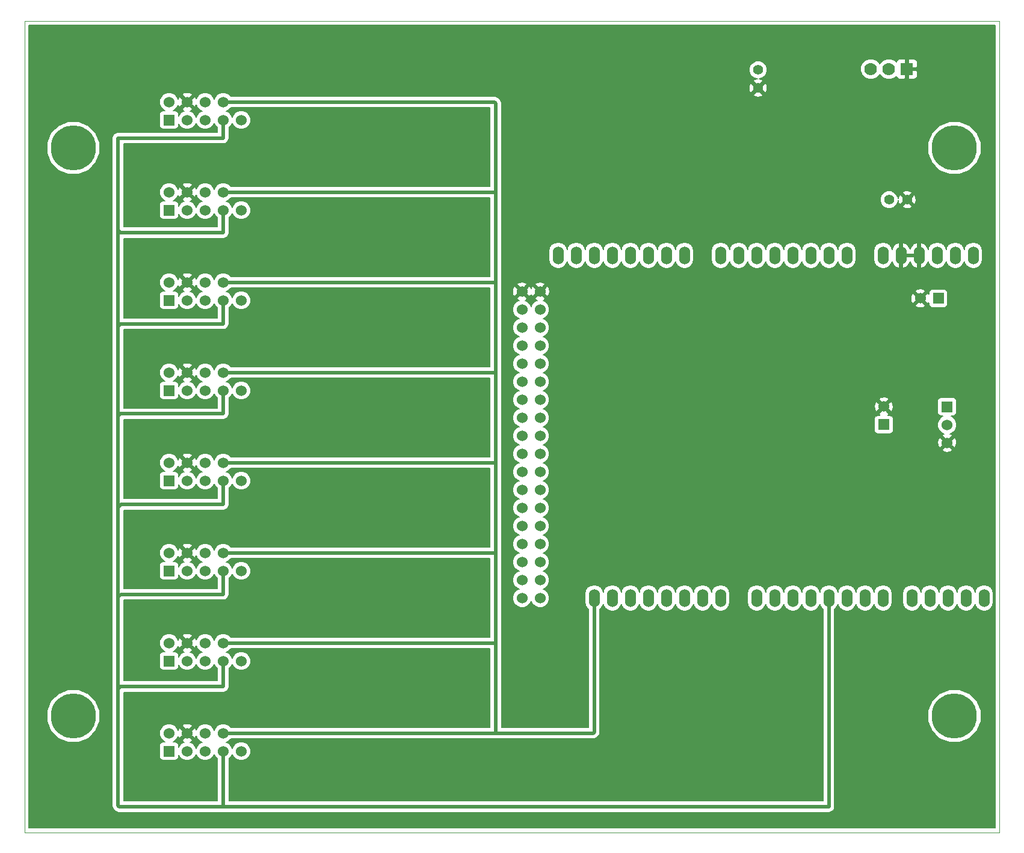
<source format=gbr>
G04 (created by PCBNEW (2013-07-07 BZR 4022)-stable) date 9/29/2015 7:05:24 PM*
%MOIN*%
G04 Gerber Fmt 3.4, Leading zero omitted, Abs format*
%FSLAX34Y34*%
G01*
G70*
G90*
G04 APERTURE LIST*
%ADD10C,0.00590551*%
%ADD11C,0.00393701*%
%ADD12C,0.25*%
%ADD13O,0.06X0.1*%
%ADD14C,0.06*%
%ADD15C,0.07*%
%ADD16R,0.07X0.07*%
%ADD17R,0.06X0.06*%
%ADD18C,0.055*%
%ADD19C,0.035*%
%ADD20C,0.02*%
%ADD21C,0.005*%
G04 APERTURE END LIST*
G54D10*
G54D11*
X40000Y-35000D02*
X43000Y-35000D01*
X40000Y-80000D02*
X40000Y-35000D01*
X94000Y-80000D02*
X40000Y-80000D01*
X94000Y-35000D02*
X94000Y-80000D01*
X42000Y-35000D02*
X94000Y-35000D01*
G54D12*
X42690Y-73548D03*
X91509Y-73548D03*
X91509Y-42051D03*
X42690Y-42051D03*
G54D13*
X78551Y-67007D03*
X77551Y-67007D03*
X76551Y-67007D03*
X75551Y-67007D03*
X74551Y-67007D03*
X73551Y-67007D03*
X72551Y-67007D03*
X71551Y-67007D03*
X69551Y-48007D03*
X70551Y-48007D03*
X71551Y-48007D03*
X72551Y-48007D03*
X76551Y-48007D03*
X78551Y-48007D03*
X79551Y-48007D03*
X75551Y-48007D03*
X74551Y-48007D03*
X73551Y-48007D03*
X80551Y-48007D03*
X81551Y-48007D03*
X82551Y-48007D03*
X85551Y-48007D03*
X84551Y-48007D03*
X83551Y-48007D03*
X87551Y-48007D03*
X88551Y-48007D03*
X89551Y-48007D03*
X91551Y-48007D03*
X92551Y-48007D03*
X80551Y-67007D03*
X81551Y-67007D03*
X82551Y-67007D03*
X83551Y-67007D03*
X84551Y-67007D03*
X85551Y-67007D03*
X86551Y-67007D03*
X87551Y-67007D03*
X89151Y-67007D03*
X90151Y-67007D03*
X91151Y-67007D03*
X92151Y-67007D03*
X93151Y-67007D03*
X90551Y-48007D03*
G54D14*
X68551Y-66007D03*
X67551Y-66007D03*
X68551Y-65007D03*
X67551Y-65007D03*
X68551Y-64007D03*
X67551Y-64007D03*
X68551Y-63007D03*
X67551Y-63007D03*
X68551Y-67007D03*
X67551Y-67007D03*
X67551Y-62007D03*
X68551Y-62007D03*
X68551Y-61007D03*
X67551Y-61007D03*
X68551Y-60007D03*
X67551Y-60007D03*
X68551Y-59007D03*
X67551Y-59007D03*
X68551Y-58007D03*
X67551Y-58007D03*
X68551Y-57007D03*
X67551Y-57007D03*
X68551Y-56007D03*
X67551Y-56007D03*
X68551Y-55007D03*
X67551Y-55007D03*
X68551Y-54007D03*
X67551Y-54007D03*
X68551Y-53007D03*
X67551Y-53007D03*
X68551Y-52007D03*
X67551Y-52007D03*
X68551Y-51007D03*
X67551Y-51007D03*
X68551Y-50007D03*
X67551Y-50007D03*
G54D15*
X86874Y-37677D03*
X87874Y-37677D03*
G54D16*
X88874Y-37677D03*
G54D17*
X48000Y-40500D03*
G54D14*
X48000Y-39500D03*
X49000Y-40500D03*
X49000Y-39500D03*
X50000Y-40500D03*
X50000Y-39500D03*
X51000Y-40500D03*
X51000Y-39500D03*
X52000Y-40500D03*
G54D17*
X48000Y-60500D03*
G54D14*
X48000Y-59500D03*
X49000Y-60500D03*
X49000Y-59500D03*
X50000Y-60500D03*
X50000Y-59500D03*
X51000Y-60500D03*
X51000Y-59500D03*
X52000Y-60500D03*
G54D17*
X48000Y-45500D03*
G54D14*
X48000Y-44500D03*
X49000Y-45500D03*
X49000Y-44500D03*
X50000Y-45500D03*
X50000Y-44500D03*
X51000Y-45500D03*
X51000Y-44500D03*
X52000Y-45500D03*
G54D17*
X48000Y-65500D03*
G54D14*
X48000Y-64500D03*
X49000Y-65500D03*
X49000Y-64500D03*
X50000Y-65500D03*
X50000Y-64500D03*
X51000Y-65500D03*
X51000Y-64500D03*
X52000Y-65500D03*
G54D17*
X48000Y-50500D03*
G54D14*
X48000Y-49500D03*
X49000Y-50500D03*
X49000Y-49500D03*
X50000Y-50500D03*
X50000Y-49500D03*
X51000Y-50500D03*
X51000Y-49500D03*
X52000Y-50500D03*
G54D17*
X48000Y-70500D03*
G54D14*
X48000Y-69500D03*
X49000Y-70500D03*
X49000Y-69500D03*
X50000Y-70500D03*
X50000Y-69500D03*
X51000Y-70500D03*
X51000Y-69500D03*
X52000Y-70500D03*
G54D17*
X48000Y-55500D03*
G54D14*
X48000Y-54500D03*
X49000Y-55500D03*
X49000Y-54500D03*
X50000Y-55500D03*
X50000Y-54500D03*
X51000Y-55500D03*
X51000Y-54500D03*
X52000Y-55500D03*
G54D17*
X48000Y-75500D03*
G54D14*
X48000Y-74500D03*
X49000Y-75500D03*
X49000Y-74500D03*
X50000Y-75500D03*
X50000Y-74500D03*
X51000Y-75500D03*
X51000Y-74500D03*
X52000Y-75500D03*
G54D17*
X91102Y-56401D03*
G54D14*
X91102Y-57401D03*
X91102Y-58401D03*
G54D17*
X87598Y-57389D03*
G54D14*
X87598Y-56389D03*
G54D17*
X90618Y-50393D03*
G54D14*
X89618Y-50393D03*
G54D18*
X88885Y-44921D03*
X87885Y-44921D03*
X80629Y-37728D03*
X80629Y-38728D03*
G54D19*
X46890Y-70670D03*
X46890Y-65630D03*
X46700Y-60720D03*
X46710Y-55920D03*
X46710Y-50660D03*
X46780Y-45640D03*
X46780Y-40520D03*
G54D20*
X46730Y-46740D02*
X45280Y-46740D01*
X45280Y-46740D02*
X45160Y-46620D01*
X46530Y-51800D02*
X45290Y-51800D01*
X45290Y-51800D02*
X45160Y-51930D01*
X46610Y-56790D02*
X45280Y-56790D01*
X45280Y-56790D02*
X45160Y-56910D01*
X46500Y-61820D02*
X45320Y-61820D01*
X45320Y-61820D02*
X45160Y-61980D01*
X46710Y-66800D02*
X45320Y-66800D01*
X45320Y-66800D02*
X45160Y-66960D01*
X46430Y-71910D02*
X45300Y-71910D01*
X45300Y-71910D02*
X45160Y-72050D01*
X46400Y-41500D02*
X45160Y-41500D01*
X45160Y-41500D02*
X45160Y-46620D01*
X45160Y-46620D02*
X45160Y-51930D01*
X45160Y-51930D02*
X45160Y-56910D01*
X45160Y-56910D02*
X45160Y-61980D01*
X45160Y-61980D02*
X45160Y-66960D01*
X45160Y-66960D02*
X45160Y-72050D01*
X45232Y-78582D02*
X46417Y-78582D01*
X52283Y-78582D02*
X46417Y-78582D01*
X45160Y-72050D02*
X45160Y-78510D01*
X45160Y-78510D02*
X45232Y-78582D01*
X51000Y-71910D02*
X46430Y-71910D01*
X51000Y-66800D02*
X46710Y-66800D01*
X51000Y-61820D02*
X46500Y-61820D01*
X51000Y-56790D02*
X46610Y-56790D01*
X51000Y-51800D02*
X46530Y-51800D01*
X51000Y-46740D02*
X46730Y-46740D01*
X51000Y-41500D02*
X46400Y-41500D01*
X51000Y-41500D02*
X51000Y-40500D01*
X51000Y-70500D02*
X51000Y-71910D01*
X51000Y-65500D02*
X51000Y-66800D01*
X51000Y-60500D02*
X51000Y-61820D01*
X51000Y-55500D02*
X51000Y-56790D01*
X51000Y-50500D02*
X51000Y-51800D01*
X51000Y-45500D02*
X51000Y-46740D01*
X84551Y-67007D02*
X84551Y-78566D01*
X51000Y-78559D02*
X51000Y-75500D01*
X51023Y-78582D02*
X51000Y-78559D01*
X84535Y-78582D02*
X52283Y-78582D01*
X52283Y-78582D02*
X51023Y-78582D01*
X84551Y-78566D02*
X84535Y-78582D01*
X51000Y-69500D02*
X66102Y-69500D01*
X66102Y-69500D02*
X66102Y-69527D01*
X51000Y-64500D02*
X66102Y-64500D01*
X51000Y-59500D02*
X66102Y-59500D01*
X66102Y-59500D02*
X66102Y-59488D01*
X51000Y-54500D02*
X66102Y-54500D01*
X66102Y-54500D02*
X66102Y-54409D01*
X51000Y-49500D02*
X66102Y-49500D01*
X66102Y-49500D02*
X66102Y-49488D01*
X51000Y-44500D02*
X66102Y-44500D01*
X66102Y-44500D02*
X66102Y-44527D01*
X66102Y-74500D02*
X66102Y-69527D01*
X66102Y-69527D02*
X66102Y-64500D01*
X66102Y-64500D02*
X66102Y-59488D01*
X66102Y-59488D02*
X66102Y-54409D01*
X66102Y-54409D02*
X66102Y-49488D01*
X66102Y-49488D02*
X66102Y-44527D01*
X66102Y-44527D02*
X66102Y-39566D01*
X66035Y-39500D02*
X51000Y-39500D01*
X66102Y-39566D02*
X66035Y-39500D01*
X51000Y-74500D02*
X66102Y-74500D01*
X66102Y-74500D02*
X71484Y-74500D01*
X71551Y-74433D02*
X71551Y-67007D01*
X71484Y-74500D02*
X71551Y-74433D01*
G54D10*
G36*
X65777Y-44175D02*
X51417Y-44175D01*
X51297Y-44055D01*
X51104Y-43975D01*
X50896Y-43974D01*
X50703Y-44054D01*
X50555Y-44202D01*
X50499Y-44335D01*
X50445Y-44203D01*
X50297Y-44055D01*
X50104Y-43975D01*
X49896Y-43974D01*
X49703Y-44054D01*
X49555Y-44202D01*
X49504Y-44324D01*
X49472Y-44249D01*
X49387Y-44218D01*
X49281Y-44324D01*
X49281Y-44112D01*
X49250Y-44027D01*
X49050Y-43967D01*
X48843Y-43988D01*
X48749Y-44027D01*
X48718Y-44112D01*
X49000Y-44393D01*
X49281Y-44112D01*
X49281Y-44324D01*
X49106Y-44500D01*
X49387Y-44781D01*
X49472Y-44750D01*
X49499Y-44662D01*
X49554Y-44797D01*
X49702Y-44944D01*
X49835Y-45000D01*
X49703Y-45054D01*
X49555Y-45202D01*
X49499Y-45335D01*
X49445Y-45203D01*
X49297Y-45055D01*
X49175Y-45004D01*
X49250Y-44972D01*
X49281Y-44887D01*
X49000Y-44606D01*
X48718Y-44887D01*
X48749Y-44972D01*
X48837Y-44999D01*
X48703Y-45054D01*
X48555Y-45202D01*
X48525Y-45274D01*
X48525Y-45155D01*
X48490Y-45072D01*
X48427Y-45009D01*
X48344Y-44975D01*
X48255Y-44974D01*
X48225Y-44974D01*
X48297Y-44945D01*
X48444Y-44797D01*
X48495Y-44675D01*
X48527Y-44750D01*
X48612Y-44781D01*
X48893Y-44500D01*
X48612Y-44218D01*
X48527Y-44249D01*
X48500Y-44337D01*
X48445Y-44203D01*
X48297Y-44055D01*
X48104Y-43975D01*
X47896Y-43974D01*
X47703Y-44054D01*
X47555Y-44202D01*
X47475Y-44395D01*
X47474Y-44603D01*
X47554Y-44797D01*
X47702Y-44944D01*
X47774Y-44974D01*
X47655Y-44974D01*
X47572Y-45009D01*
X47509Y-45072D01*
X47475Y-45155D01*
X47474Y-45244D01*
X47474Y-45844D01*
X47509Y-45927D01*
X47572Y-45990D01*
X47655Y-46024D01*
X47744Y-46025D01*
X48344Y-46025D01*
X48427Y-45990D01*
X48490Y-45927D01*
X48524Y-45844D01*
X48525Y-45755D01*
X48525Y-45725D01*
X48554Y-45797D01*
X48702Y-45944D01*
X48895Y-46024D01*
X49103Y-46025D01*
X49297Y-45945D01*
X49444Y-45797D01*
X49500Y-45664D01*
X49554Y-45797D01*
X49702Y-45944D01*
X49895Y-46024D01*
X50103Y-46025D01*
X50297Y-45945D01*
X50444Y-45797D01*
X50500Y-45664D01*
X50554Y-45797D01*
X50675Y-45917D01*
X50675Y-46415D01*
X46730Y-46415D01*
X45485Y-46415D01*
X45485Y-41825D01*
X46400Y-41825D01*
X51000Y-41825D01*
X51124Y-41800D01*
X51229Y-41729D01*
X51300Y-41624D01*
X51325Y-41500D01*
X51325Y-40917D01*
X51444Y-40797D01*
X51500Y-40664D01*
X51554Y-40797D01*
X51702Y-40944D01*
X51895Y-41024D01*
X52103Y-41025D01*
X52297Y-40945D01*
X52444Y-40797D01*
X52524Y-40604D01*
X52525Y-40396D01*
X52445Y-40203D01*
X52297Y-40055D01*
X52104Y-39975D01*
X51896Y-39974D01*
X51703Y-40054D01*
X51555Y-40202D01*
X51499Y-40335D01*
X51445Y-40203D01*
X51297Y-40055D01*
X51164Y-39999D01*
X51297Y-39945D01*
X51417Y-39825D01*
X65777Y-39825D01*
X65777Y-44175D01*
X65777Y-44175D01*
G37*
G54D21*
X65777Y-44175D02*
X51417Y-44175D01*
X51297Y-44055D01*
X51104Y-43975D01*
X50896Y-43974D01*
X50703Y-44054D01*
X50555Y-44202D01*
X50499Y-44335D01*
X50445Y-44203D01*
X50297Y-44055D01*
X50104Y-43975D01*
X49896Y-43974D01*
X49703Y-44054D01*
X49555Y-44202D01*
X49504Y-44324D01*
X49472Y-44249D01*
X49387Y-44218D01*
X49281Y-44324D01*
X49281Y-44112D01*
X49250Y-44027D01*
X49050Y-43967D01*
X48843Y-43988D01*
X48749Y-44027D01*
X48718Y-44112D01*
X49000Y-44393D01*
X49281Y-44112D01*
X49281Y-44324D01*
X49106Y-44500D01*
X49387Y-44781D01*
X49472Y-44750D01*
X49499Y-44662D01*
X49554Y-44797D01*
X49702Y-44944D01*
X49835Y-45000D01*
X49703Y-45054D01*
X49555Y-45202D01*
X49499Y-45335D01*
X49445Y-45203D01*
X49297Y-45055D01*
X49175Y-45004D01*
X49250Y-44972D01*
X49281Y-44887D01*
X49000Y-44606D01*
X48718Y-44887D01*
X48749Y-44972D01*
X48837Y-44999D01*
X48703Y-45054D01*
X48555Y-45202D01*
X48525Y-45274D01*
X48525Y-45155D01*
X48490Y-45072D01*
X48427Y-45009D01*
X48344Y-44975D01*
X48255Y-44974D01*
X48225Y-44974D01*
X48297Y-44945D01*
X48444Y-44797D01*
X48495Y-44675D01*
X48527Y-44750D01*
X48612Y-44781D01*
X48893Y-44500D01*
X48612Y-44218D01*
X48527Y-44249D01*
X48500Y-44337D01*
X48445Y-44203D01*
X48297Y-44055D01*
X48104Y-43975D01*
X47896Y-43974D01*
X47703Y-44054D01*
X47555Y-44202D01*
X47475Y-44395D01*
X47474Y-44603D01*
X47554Y-44797D01*
X47702Y-44944D01*
X47774Y-44974D01*
X47655Y-44974D01*
X47572Y-45009D01*
X47509Y-45072D01*
X47475Y-45155D01*
X47474Y-45244D01*
X47474Y-45844D01*
X47509Y-45927D01*
X47572Y-45990D01*
X47655Y-46024D01*
X47744Y-46025D01*
X48344Y-46025D01*
X48427Y-45990D01*
X48490Y-45927D01*
X48524Y-45844D01*
X48525Y-45755D01*
X48525Y-45725D01*
X48554Y-45797D01*
X48702Y-45944D01*
X48895Y-46024D01*
X49103Y-46025D01*
X49297Y-45945D01*
X49444Y-45797D01*
X49500Y-45664D01*
X49554Y-45797D01*
X49702Y-45944D01*
X49895Y-46024D01*
X50103Y-46025D01*
X50297Y-45945D01*
X50444Y-45797D01*
X50500Y-45664D01*
X50554Y-45797D01*
X50675Y-45917D01*
X50675Y-46415D01*
X46730Y-46415D01*
X45485Y-46415D01*
X45485Y-41825D01*
X46400Y-41825D01*
X51000Y-41825D01*
X51124Y-41800D01*
X51229Y-41729D01*
X51300Y-41624D01*
X51325Y-41500D01*
X51325Y-40917D01*
X51444Y-40797D01*
X51500Y-40664D01*
X51554Y-40797D01*
X51702Y-40944D01*
X51895Y-41024D01*
X52103Y-41025D01*
X52297Y-40945D01*
X52444Y-40797D01*
X52524Y-40604D01*
X52525Y-40396D01*
X52445Y-40203D01*
X52297Y-40055D01*
X52104Y-39975D01*
X51896Y-39974D01*
X51703Y-40054D01*
X51555Y-40202D01*
X51499Y-40335D01*
X51445Y-40203D01*
X51297Y-40055D01*
X51164Y-39999D01*
X51297Y-39945D01*
X51417Y-39825D01*
X65777Y-39825D01*
X65777Y-44175D01*
G54D10*
G36*
X65777Y-49175D02*
X51417Y-49175D01*
X51297Y-49055D01*
X51104Y-48975D01*
X50896Y-48974D01*
X50703Y-49054D01*
X50555Y-49202D01*
X50499Y-49335D01*
X50445Y-49203D01*
X50297Y-49055D01*
X50104Y-48975D01*
X49896Y-48974D01*
X49703Y-49054D01*
X49555Y-49202D01*
X49504Y-49324D01*
X49472Y-49249D01*
X49387Y-49218D01*
X49281Y-49324D01*
X49281Y-49112D01*
X49250Y-49027D01*
X49050Y-48967D01*
X48843Y-48988D01*
X48749Y-49027D01*
X48718Y-49112D01*
X49000Y-49393D01*
X49281Y-49112D01*
X49281Y-49324D01*
X49106Y-49500D01*
X49387Y-49781D01*
X49472Y-49750D01*
X49499Y-49662D01*
X49554Y-49797D01*
X49702Y-49944D01*
X49835Y-50000D01*
X49703Y-50054D01*
X49555Y-50202D01*
X49499Y-50335D01*
X49445Y-50203D01*
X49297Y-50055D01*
X49175Y-50004D01*
X49250Y-49972D01*
X49281Y-49887D01*
X49000Y-49606D01*
X48718Y-49887D01*
X48749Y-49972D01*
X48837Y-49999D01*
X48703Y-50054D01*
X48555Y-50202D01*
X48525Y-50274D01*
X48525Y-50155D01*
X48490Y-50072D01*
X48427Y-50009D01*
X48344Y-49975D01*
X48255Y-49974D01*
X48225Y-49974D01*
X48297Y-49945D01*
X48444Y-49797D01*
X48495Y-49675D01*
X48527Y-49750D01*
X48612Y-49781D01*
X48893Y-49500D01*
X48612Y-49218D01*
X48527Y-49249D01*
X48500Y-49337D01*
X48445Y-49203D01*
X48297Y-49055D01*
X48104Y-48975D01*
X47896Y-48974D01*
X47703Y-49054D01*
X47555Y-49202D01*
X47475Y-49395D01*
X47474Y-49603D01*
X47554Y-49797D01*
X47702Y-49944D01*
X47774Y-49974D01*
X47655Y-49974D01*
X47572Y-50009D01*
X47509Y-50072D01*
X47475Y-50155D01*
X47474Y-50244D01*
X47474Y-50844D01*
X47509Y-50927D01*
X47572Y-50990D01*
X47655Y-51024D01*
X47744Y-51025D01*
X48344Y-51025D01*
X48427Y-50990D01*
X48490Y-50927D01*
X48524Y-50844D01*
X48525Y-50755D01*
X48525Y-50725D01*
X48554Y-50797D01*
X48702Y-50944D01*
X48895Y-51024D01*
X49103Y-51025D01*
X49297Y-50945D01*
X49444Y-50797D01*
X49500Y-50664D01*
X49554Y-50797D01*
X49702Y-50944D01*
X49895Y-51024D01*
X50103Y-51025D01*
X50297Y-50945D01*
X50444Y-50797D01*
X50500Y-50664D01*
X50554Y-50797D01*
X50675Y-50917D01*
X50675Y-51475D01*
X46530Y-51475D01*
X45485Y-51475D01*
X45485Y-47065D01*
X46730Y-47065D01*
X51000Y-47065D01*
X51124Y-47040D01*
X51229Y-46969D01*
X51300Y-46864D01*
X51325Y-46740D01*
X51325Y-45917D01*
X51444Y-45797D01*
X51500Y-45664D01*
X51554Y-45797D01*
X51702Y-45944D01*
X51895Y-46024D01*
X52103Y-46025D01*
X52297Y-45945D01*
X52444Y-45797D01*
X52524Y-45604D01*
X52525Y-45396D01*
X52445Y-45203D01*
X52297Y-45055D01*
X52104Y-44975D01*
X51896Y-44974D01*
X51703Y-45054D01*
X51555Y-45202D01*
X51499Y-45335D01*
X51445Y-45203D01*
X51297Y-45055D01*
X51164Y-44999D01*
X51297Y-44945D01*
X51417Y-44825D01*
X65777Y-44825D01*
X65777Y-49175D01*
X65777Y-49175D01*
G37*
G54D21*
X65777Y-49175D02*
X51417Y-49175D01*
X51297Y-49055D01*
X51104Y-48975D01*
X50896Y-48974D01*
X50703Y-49054D01*
X50555Y-49202D01*
X50499Y-49335D01*
X50445Y-49203D01*
X50297Y-49055D01*
X50104Y-48975D01*
X49896Y-48974D01*
X49703Y-49054D01*
X49555Y-49202D01*
X49504Y-49324D01*
X49472Y-49249D01*
X49387Y-49218D01*
X49281Y-49324D01*
X49281Y-49112D01*
X49250Y-49027D01*
X49050Y-48967D01*
X48843Y-48988D01*
X48749Y-49027D01*
X48718Y-49112D01*
X49000Y-49393D01*
X49281Y-49112D01*
X49281Y-49324D01*
X49106Y-49500D01*
X49387Y-49781D01*
X49472Y-49750D01*
X49499Y-49662D01*
X49554Y-49797D01*
X49702Y-49944D01*
X49835Y-50000D01*
X49703Y-50054D01*
X49555Y-50202D01*
X49499Y-50335D01*
X49445Y-50203D01*
X49297Y-50055D01*
X49175Y-50004D01*
X49250Y-49972D01*
X49281Y-49887D01*
X49000Y-49606D01*
X48718Y-49887D01*
X48749Y-49972D01*
X48837Y-49999D01*
X48703Y-50054D01*
X48555Y-50202D01*
X48525Y-50274D01*
X48525Y-50155D01*
X48490Y-50072D01*
X48427Y-50009D01*
X48344Y-49975D01*
X48255Y-49974D01*
X48225Y-49974D01*
X48297Y-49945D01*
X48444Y-49797D01*
X48495Y-49675D01*
X48527Y-49750D01*
X48612Y-49781D01*
X48893Y-49500D01*
X48612Y-49218D01*
X48527Y-49249D01*
X48500Y-49337D01*
X48445Y-49203D01*
X48297Y-49055D01*
X48104Y-48975D01*
X47896Y-48974D01*
X47703Y-49054D01*
X47555Y-49202D01*
X47475Y-49395D01*
X47474Y-49603D01*
X47554Y-49797D01*
X47702Y-49944D01*
X47774Y-49974D01*
X47655Y-49974D01*
X47572Y-50009D01*
X47509Y-50072D01*
X47475Y-50155D01*
X47474Y-50244D01*
X47474Y-50844D01*
X47509Y-50927D01*
X47572Y-50990D01*
X47655Y-51024D01*
X47744Y-51025D01*
X48344Y-51025D01*
X48427Y-50990D01*
X48490Y-50927D01*
X48524Y-50844D01*
X48525Y-50755D01*
X48525Y-50725D01*
X48554Y-50797D01*
X48702Y-50944D01*
X48895Y-51024D01*
X49103Y-51025D01*
X49297Y-50945D01*
X49444Y-50797D01*
X49500Y-50664D01*
X49554Y-50797D01*
X49702Y-50944D01*
X49895Y-51024D01*
X50103Y-51025D01*
X50297Y-50945D01*
X50444Y-50797D01*
X50500Y-50664D01*
X50554Y-50797D01*
X50675Y-50917D01*
X50675Y-51475D01*
X46530Y-51475D01*
X45485Y-51475D01*
X45485Y-47065D01*
X46730Y-47065D01*
X51000Y-47065D01*
X51124Y-47040D01*
X51229Y-46969D01*
X51300Y-46864D01*
X51325Y-46740D01*
X51325Y-45917D01*
X51444Y-45797D01*
X51500Y-45664D01*
X51554Y-45797D01*
X51702Y-45944D01*
X51895Y-46024D01*
X52103Y-46025D01*
X52297Y-45945D01*
X52444Y-45797D01*
X52524Y-45604D01*
X52525Y-45396D01*
X52445Y-45203D01*
X52297Y-45055D01*
X52104Y-44975D01*
X51896Y-44974D01*
X51703Y-45054D01*
X51555Y-45202D01*
X51499Y-45335D01*
X51445Y-45203D01*
X51297Y-45055D01*
X51164Y-44999D01*
X51297Y-44945D01*
X51417Y-44825D01*
X65777Y-44825D01*
X65777Y-49175D01*
G54D10*
G36*
X65777Y-54175D02*
X51417Y-54175D01*
X51297Y-54055D01*
X51104Y-53975D01*
X50896Y-53974D01*
X50703Y-54054D01*
X50555Y-54202D01*
X50499Y-54335D01*
X50445Y-54203D01*
X50297Y-54055D01*
X50104Y-53975D01*
X49896Y-53974D01*
X49703Y-54054D01*
X49555Y-54202D01*
X49504Y-54324D01*
X49472Y-54249D01*
X49387Y-54218D01*
X49281Y-54324D01*
X49281Y-54112D01*
X49250Y-54027D01*
X49050Y-53967D01*
X48843Y-53988D01*
X48749Y-54027D01*
X48718Y-54112D01*
X49000Y-54393D01*
X49281Y-54112D01*
X49281Y-54324D01*
X49106Y-54500D01*
X49387Y-54781D01*
X49472Y-54750D01*
X49499Y-54662D01*
X49554Y-54797D01*
X49702Y-54944D01*
X49835Y-55000D01*
X49703Y-55054D01*
X49555Y-55202D01*
X49499Y-55335D01*
X49445Y-55203D01*
X49297Y-55055D01*
X49175Y-55004D01*
X49250Y-54972D01*
X49281Y-54887D01*
X49000Y-54606D01*
X48718Y-54887D01*
X48749Y-54972D01*
X48837Y-54999D01*
X48703Y-55054D01*
X48555Y-55202D01*
X48525Y-55274D01*
X48525Y-55155D01*
X48490Y-55072D01*
X48427Y-55009D01*
X48344Y-54975D01*
X48255Y-54974D01*
X48225Y-54974D01*
X48297Y-54945D01*
X48444Y-54797D01*
X48495Y-54675D01*
X48527Y-54750D01*
X48612Y-54781D01*
X48893Y-54500D01*
X48612Y-54218D01*
X48527Y-54249D01*
X48500Y-54337D01*
X48445Y-54203D01*
X48297Y-54055D01*
X48104Y-53975D01*
X47896Y-53974D01*
X47703Y-54054D01*
X47555Y-54202D01*
X47475Y-54395D01*
X47474Y-54603D01*
X47554Y-54797D01*
X47702Y-54944D01*
X47774Y-54974D01*
X47655Y-54974D01*
X47572Y-55009D01*
X47509Y-55072D01*
X47475Y-55155D01*
X47474Y-55244D01*
X47474Y-55844D01*
X47509Y-55927D01*
X47572Y-55990D01*
X47655Y-56024D01*
X47744Y-56025D01*
X48344Y-56025D01*
X48427Y-55990D01*
X48490Y-55927D01*
X48524Y-55844D01*
X48525Y-55755D01*
X48525Y-55725D01*
X48554Y-55797D01*
X48702Y-55944D01*
X48895Y-56024D01*
X49103Y-56025D01*
X49297Y-55945D01*
X49444Y-55797D01*
X49500Y-55664D01*
X49554Y-55797D01*
X49702Y-55944D01*
X49895Y-56024D01*
X50103Y-56025D01*
X50297Y-55945D01*
X50444Y-55797D01*
X50500Y-55664D01*
X50554Y-55797D01*
X50675Y-55917D01*
X50675Y-56465D01*
X46610Y-56465D01*
X45485Y-56465D01*
X45485Y-52125D01*
X46530Y-52125D01*
X51000Y-52125D01*
X51124Y-52100D01*
X51229Y-52029D01*
X51300Y-51924D01*
X51325Y-51800D01*
X51325Y-50917D01*
X51444Y-50797D01*
X51500Y-50664D01*
X51554Y-50797D01*
X51702Y-50944D01*
X51895Y-51024D01*
X52103Y-51025D01*
X52297Y-50945D01*
X52444Y-50797D01*
X52524Y-50604D01*
X52525Y-50396D01*
X52445Y-50203D01*
X52297Y-50055D01*
X52104Y-49975D01*
X51896Y-49974D01*
X51703Y-50054D01*
X51555Y-50202D01*
X51499Y-50335D01*
X51445Y-50203D01*
X51297Y-50055D01*
X51164Y-49999D01*
X51297Y-49945D01*
X51417Y-49825D01*
X65777Y-49825D01*
X65777Y-54175D01*
X65777Y-54175D01*
G37*
G54D21*
X65777Y-54175D02*
X51417Y-54175D01*
X51297Y-54055D01*
X51104Y-53975D01*
X50896Y-53974D01*
X50703Y-54054D01*
X50555Y-54202D01*
X50499Y-54335D01*
X50445Y-54203D01*
X50297Y-54055D01*
X50104Y-53975D01*
X49896Y-53974D01*
X49703Y-54054D01*
X49555Y-54202D01*
X49504Y-54324D01*
X49472Y-54249D01*
X49387Y-54218D01*
X49281Y-54324D01*
X49281Y-54112D01*
X49250Y-54027D01*
X49050Y-53967D01*
X48843Y-53988D01*
X48749Y-54027D01*
X48718Y-54112D01*
X49000Y-54393D01*
X49281Y-54112D01*
X49281Y-54324D01*
X49106Y-54500D01*
X49387Y-54781D01*
X49472Y-54750D01*
X49499Y-54662D01*
X49554Y-54797D01*
X49702Y-54944D01*
X49835Y-55000D01*
X49703Y-55054D01*
X49555Y-55202D01*
X49499Y-55335D01*
X49445Y-55203D01*
X49297Y-55055D01*
X49175Y-55004D01*
X49250Y-54972D01*
X49281Y-54887D01*
X49000Y-54606D01*
X48718Y-54887D01*
X48749Y-54972D01*
X48837Y-54999D01*
X48703Y-55054D01*
X48555Y-55202D01*
X48525Y-55274D01*
X48525Y-55155D01*
X48490Y-55072D01*
X48427Y-55009D01*
X48344Y-54975D01*
X48255Y-54974D01*
X48225Y-54974D01*
X48297Y-54945D01*
X48444Y-54797D01*
X48495Y-54675D01*
X48527Y-54750D01*
X48612Y-54781D01*
X48893Y-54500D01*
X48612Y-54218D01*
X48527Y-54249D01*
X48500Y-54337D01*
X48445Y-54203D01*
X48297Y-54055D01*
X48104Y-53975D01*
X47896Y-53974D01*
X47703Y-54054D01*
X47555Y-54202D01*
X47475Y-54395D01*
X47474Y-54603D01*
X47554Y-54797D01*
X47702Y-54944D01*
X47774Y-54974D01*
X47655Y-54974D01*
X47572Y-55009D01*
X47509Y-55072D01*
X47475Y-55155D01*
X47474Y-55244D01*
X47474Y-55844D01*
X47509Y-55927D01*
X47572Y-55990D01*
X47655Y-56024D01*
X47744Y-56025D01*
X48344Y-56025D01*
X48427Y-55990D01*
X48490Y-55927D01*
X48524Y-55844D01*
X48525Y-55755D01*
X48525Y-55725D01*
X48554Y-55797D01*
X48702Y-55944D01*
X48895Y-56024D01*
X49103Y-56025D01*
X49297Y-55945D01*
X49444Y-55797D01*
X49500Y-55664D01*
X49554Y-55797D01*
X49702Y-55944D01*
X49895Y-56024D01*
X50103Y-56025D01*
X50297Y-55945D01*
X50444Y-55797D01*
X50500Y-55664D01*
X50554Y-55797D01*
X50675Y-55917D01*
X50675Y-56465D01*
X46610Y-56465D01*
X45485Y-56465D01*
X45485Y-52125D01*
X46530Y-52125D01*
X51000Y-52125D01*
X51124Y-52100D01*
X51229Y-52029D01*
X51300Y-51924D01*
X51325Y-51800D01*
X51325Y-50917D01*
X51444Y-50797D01*
X51500Y-50664D01*
X51554Y-50797D01*
X51702Y-50944D01*
X51895Y-51024D01*
X52103Y-51025D01*
X52297Y-50945D01*
X52444Y-50797D01*
X52524Y-50604D01*
X52525Y-50396D01*
X52445Y-50203D01*
X52297Y-50055D01*
X52104Y-49975D01*
X51896Y-49974D01*
X51703Y-50054D01*
X51555Y-50202D01*
X51499Y-50335D01*
X51445Y-50203D01*
X51297Y-50055D01*
X51164Y-49999D01*
X51297Y-49945D01*
X51417Y-49825D01*
X65777Y-49825D01*
X65777Y-54175D01*
G54D10*
G36*
X65777Y-59175D02*
X51417Y-59175D01*
X51297Y-59055D01*
X51104Y-58975D01*
X50896Y-58974D01*
X50703Y-59054D01*
X50555Y-59202D01*
X50499Y-59335D01*
X50445Y-59203D01*
X50297Y-59055D01*
X50104Y-58975D01*
X49896Y-58974D01*
X49703Y-59054D01*
X49555Y-59202D01*
X49504Y-59324D01*
X49472Y-59249D01*
X49387Y-59218D01*
X49281Y-59324D01*
X49281Y-59112D01*
X49250Y-59027D01*
X49050Y-58967D01*
X48843Y-58988D01*
X48749Y-59027D01*
X48718Y-59112D01*
X49000Y-59393D01*
X49281Y-59112D01*
X49281Y-59324D01*
X49106Y-59500D01*
X49387Y-59781D01*
X49472Y-59750D01*
X49499Y-59662D01*
X49554Y-59797D01*
X49702Y-59944D01*
X49835Y-60000D01*
X49703Y-60054D01*
X49555Y-60202D01*
X49499Y-60335D01*
X49445Y-60203D01*
X49297Y-60055D01*
X49175Y-60004D01*
X49250Y-59972D01*
X49281Y-59887D01*
X49000Y-59606D01*
X48718Y-59887D01*
X48749Y-59972D01*
X48837Y-59999D01*
X48703Y-60054D01*
X48555Y-60202D01*
X48525Y-60274D01*
X48525Y-60155D01*
X48490Y-60072D01*
X48427Y-60009D01*
X48344Y-59975D01*
X48255Y-59974D01*
X48225Y-59974D01*
X48297Y-59945D01*
X48444Y-59797D01*
X48495Y-59675D01*
X48527Y-59750D01*
X48612Y-59781D01*
X48893Y-59500D01*
X48612Y-59218D01*
X48527Y-59249D01*
X48500Y-59337D01*
X48445Y-59203D01*
X48297Y-59055D01*
X48104Y-58975D01*
X47896Y-58974D01*
X47703Y-59054D01*
X47555Y-59202D01*
X47475Y-59395D01*
X47474Y-59603D01*
X47554Y-59797D01*
X47702Y-59944D01*
X47774Y-59974D01*
X47655Y-59974D01*
X47572Y-60009D01*
X47509Y-60072D01*
X47475Y-60155D01*
X47474Y-60244D01*
X47474Y-60844D01*
X47509Y-60927D01*
X47572Y-60990D01*
X47655Y-61024D01*
X47744Y-61025D01*
X48344Y-61025D01*
X48427Y-60990D01*
X48490Y-60927D01*
X48524Y-60844D01*
X48525Y-60755D01*
X48525Y-60725D01*
X48554Y-60797D01*
X48702Y-60944D01*
X48895Y-61024D01*
X49103Y-61025D01*
X49297Y-60945D01*
X49444Y-60797D01*
X49500Y-60664D01*
X49554Y-60797D01*
X49702Y-60944D01*
X49895Y-61024D01*
X50103Y-61025D01*
X50297Y-60945D01*
X50444Y-60797D01*
X50500Y-60664D01*
X50554Y-60797D01*
X50675Y-60917D01*
X50675Y-61495D01*
X46500Y-61495D01*
X45485Y-61495D01*
X45485Y-57115D01*
X46610Y-57115D01*
X51000Y-57115D01*
X51124Y-57090D01*
X51229Y-57019D01*
X51300Y-56914D01*
X51325Y-56790D01*
X51325Y-55917D01*
X51444Y-55797D01*
X51500Y-55664D01*
X51554Y-55797D01*
X51702Y-55944D01*
X51895Y-56024D01*
X52103Y-56025D01*
X52297Y-55945D01*
X52444Y-55797D01*
X52524Y-55604D01*
X52525Y-55396D01*
X52445Y-55203D01*
X52297Y-55055D01*
X52104Y-54975D01*
X51896Y-54974D01*
X51703Y-55054D01*
X51555Y-55202D01*
X51499Y-55335D01*
X51445Y-55203D01*
X51297Y-55055D01*
X51164Y-54999D01*
X51297Y-54945D01*
X51417Y-54825D01*
X65777Y-54825D01*
X65777Y-59175D01*
X65777Y-59175D01*
G37*
G54D21*
X65777Y-59175D02*
X51417Y-59175D01*
X51297Y-59055D01*
X51104Y-58975D01*
X50896Y-58974D01*
X50703Y-59054D01*
X50555Y-59202D01*
X50499Y-59335D01*
X50445Y-59203D01*
X50297Y-59055D01*
X50104Y-58975D01*
X49896Y-58974D01*
X49703Y-59054D01*
X49555Y-59202D01*
X49504Y-59324D01*
X49472Y-59249D01*
X49387Y-59218D01*
X49281Y-59324D01*
X49281Y-59112D01*
X49250Y-59027D01*
X49050Y-58967D01*
X48843Y-58988D01*
X48749Y-59027D01*
X48718Y-59112D01*
X49000Y-59393D01*
X49281Y-59112D01*
X49281Y-59324D01*
X49106Y-59500D01*
X49387Y-59781D01*
X49472Y-59750D01*
X49499Y-59662D01*
X49554Y-59797D01*
X49702Y-59944D01*
X49835Y-60000D01*
X49703Y-60054D01*
X49555Y-60202D01*
X49499Y-60335D01*
X49445Y-60203D01*
X49297Y-60055D01*
X49175Y-60004D01*
X49250Y-59972D01*
X49281Y-59887D01*
X49000Y-59606D01*
X48718Y-59887D01*
X48749Y-59972D01*
X48837Y-59999D01*
X48703Y-60054D01*
X48555Y-60202D01*
X48525Y-60274D01*
X48525Y-60155D01*
X48490Y-60072D01*
X48427Y-60009D01*
X48344Y-59975D01*
X48255Y-59974D01*
X48225Y-59974D01*
X48297Y-59945D01*
X48444Y-59797D01*
X48495Y-59675D01*
X48527Y-59750D01*
X48612Y-59781D01*
X48893Y-59500D01*
X48612Y-59218D01*
X48527Y-59249D01*
X48500Y-59337D01*
X48445Y-59203D01*
X48297Y-59055D01*
X48104Y-58975D01*
X47896Y-58974D01*
X47703Y-59054D01*
X47555Y-59202D01*
X47475Y-59395D01*
X47474Y-59603D01*
X47554Y-59797D01*
X47702Y-59944D01*
X47774Y-59974D01*
X47655Y-59974D01*
X47572Y-60009D01*
X47509Y-60072D01*
X47475Y-60155D01*
X47474Y-60244D01*
X47474Y-60844D01*
X47509Y-60927D01*
X47572Y-60990D01*
X47655Y-61024D01*
X47744Y-61025D01*
X48344Y-61025D01*
X48427Y-60990D01*
X48490Y-60927D01*
X48524Y-60844D01*
X48525Y-60755D01*
X48525Y-60725D01*
X48554Y-60797D01*
X48702Y-60944D01*
X48895Y-61024D01*
X49103Y-61025D01*
X49297Y-60945D01*
X49444Y-60797D01*
X49500Y-60664D01*
X49554Y-60797D01*
X49702Y-60944D01*
X49895Y-61024D01*
X50103Y-61025D01*
X50297Y-60945D01*
X50444Y-60797D01*
X50500Y-60664D01*
X50554Y-60797D01*
X50675Y-60917D01*
X50675Y-61495D01*
X46500Y-61495D01*
X45485Y-61495D01*
X45485Y-57115D01*
X46610Y-57115D01*
X51000Y-57115D01*
X51124Y-57090D01*
X51229Y-57019D01*
X51300Y-56914D01*
X51325Y-56790D01*
X51325Y-55917D01*
X51444Y-55797D01*
X51500Y-55664D01*
X51554Y-55797D01*
X51702Y-55944D01*
X51895Y-56024D01*
X52103Y-56025D01*
X52297Y-55945D01*
X52444Y-55797D01*
X52524Y-55604D01*
X52525Y-55396D01*
X52445Y-55203D01*
X52297Y-55055D01*
X52104Y-54975D01*
X51896Y-54974D01*
X51703Y-55054D01*
X51555Y-55202D01*
X51499Y-55335D01*
X51445Y-55203D01*
X51297Y-55055D01*
X51164Y-54999D01*
X51297Y-54945D01*
X51417Y-54825D01*
X65777Y-54825D01*
X65777Y-59175D01*
G54D10*
G36*
X65777Y-64175D02*
X51417Y-64175D01*
X51297Y-64055D01*
X51104Y-63975D01*
X50896Y-63974D01*
X50703Y-64054D01*
X50555Y-64202D01*
X50499Y-64335D01*
X50445Y-64203D01*
X50297Y-64055D01*
X50104Y-63975D01*
X49896Y-63974D01*
X49703Y-64054D01*
X49555Y-64202D01*
X49504Y-64324D01*
X49472Y-64249D01*
X49387Y-64218D01*
X49281Y-64324D01*
X49281Y-64112D01*
X49250Y-64027D01*
X49050Y-63967D01*
X48843Y-63988D01*
X48749Y-64027D01*
X48718Y-64112D01*
X49000Y-64393D01*
X49281Y-64112D01*
X49281Y-64324D01*
X49106Y-64500D01*
X49387Y-64781D01*
X49472Y-64750D01*
X49499Y-64662D01*
X49554Y-64797D01*
X49702Y-64944D01*
X49835Y-65000D01*
X49703Y-65054D01*
X49555Y-65202D01*
X49499Y-65335D01*
X49445Y-65203D01*
X49297Y-65055D01*
X49175Y-65004D01*
X49250Y-64972D01*
X49281Y-64887D01*
X49000Y-64606D01*
X48718Y-64887D01*
X48749Y-64972D01*
X48837Y-64999D01*
X48703Y-65054D01*
X48555Y-65202D01*
X48525Y-65274D01*
X48525Y-65155D01*
X48490Y-65072D01*
X48427Y-65009D01*
X48344Y-64975D01*
X48255Y-64974D01*
X48225Y-64974D01*
X48297Y-64945D01*
X48444Y-64797D01*
X48495Y-64675D01*
X48527Y-64750D01*
X48612Y-64781D01*
X48893Y-64500D01*
X48612Y-64218D01*
X48527Y-64249D01*
X48500Y-64337D01*
X48445Y-64203D01*
X48297Y-64055D01*
X48104Y-63975D01*
X47896Y-63974D01*
X47703Y-64054D01*
X47555Y-64202D01*
X47475Y-64395D01*
X47474Y-64603D01*
X47554Y-64797D01*
X47702Y-64944D01*
X47774Y-64974D01*
X47655Y-64974D01*
X47572Y-65009D01*
X47509Y-65072D01*
X47475Y-65155D01*
X47474Y-65244D01*
X47474Y-65844D01*
X47509Y-65927D01*
X47572Y-65990D01*
X47655Y-66024D01*
X47744Y-66025D01*
X48344Y-66025D01*
X48427Y-65990D01*
X48490Y-65927D01*
X48524Y-65844D01*
X48525Y-65755D01*
X48525Y-65725D01*
X48554Y-65797D01*
X48702Y-65944D01*
X48895Y-66024D01*
X49103Y-66025D01*
X49297Y-65945D01*
X49444Y-65797D01*
X49500Y-65664D01*
X49554Y-65797D01*
X49702Y-65944D01*
X49895Y-66024D01*
X50103Y-66025D01*
X50297Y-65945D01*
X50444Y-65797D01*
X50500Y-65664D01*
X50554Y-65797D01*
X50675Y-65917D01*
X50675Y-66475D01*
X46710Y-66475D01*
X45485Y-66475D01*
X45485Y-62145D01*
X46500Y-62145D01*
X51000Y-62145D01*
X51124Y-62120D01*
X51229Y-62049D01*
X51300Y-61944D01*
X51325Y-61820D01*
X51325Y-60917D01*
X51444Y-60797D01*
X51500Y-60664D01*
X51554Y-60797D01*
X51702Y-60944D01*
X51895Y-61024D01*
X52103Y-61025D01*
X52297Y-60945D01*
X52444Y-60797D01*
X52524Y-60604D01*
X52525Y-60396D01*
X52445Y-60203D01*
X52297Y-60055D01*
X52104Y-59975D01*
X51896Y-59974D01*
X51703Y-60054D01*
X51555Y-60202D01*
X51499Y-60335D01*
X51445Y-60203D01*
X51297Y-60055D01*
X51164Y-59999D01*
X51297Y-59945D01*
X51417Y-59825D01*
X65777Y-59825D01*
X65777Y-64175D01*
X65777Y-64175D01*
G37*
G54D21*
X65777Y-64175D02*
X51417Y-64175D01*
X51297Y-64055D01*
X51104Y-63975D01*
X50896Y-63974D01*
X50703Y-64054D01*
X50555Y-64202D01*
X50499Y-64335D01*
X50445Y-64203D01*
X50297Y-64055D01*
X50104Y-63975D01*
X49896Y-63974D01*
X49703Y-64054D01*
X49555Y-64202D01*
X49504Y-64324D01*
X49472Y-64249D01*
X49387Y-64218D01*
X49281Y-64324D01*
X49281Y-64112D01*
X49250Y-64027D01*
X49050Y-63967D01*
X48843Y-63988D01*
X48749Y-64027D01*
X48718Y-64112D01*
X49000Y-64393D01*
X49281Y-64112D01*
X49281Y-64324D01*
X49106Y-64500D01*
X49387Y-64781D01*
X49472Y-64750D01*
X49499Y-64662D01*
X49554Y-64797D01*
X49702Y-64944D01*
X49835Y-65000D01*
X49703Y-65054D01*
X49555Y-65202D01*
X49499Y-65335D01*
X49445Y-65203D01*
X49297Y-65055D01*
X49175Y-65004D01*
X49250Y-64972D01*
X49281Y-64887D01*
X49000Y-64606D01*
X48718Y-64887D01*
X48749Y-64972D01*
X48837Y-64999D01*
X48703Y-65054D01*
X48555Y-65202D01*
X48525Y-65274D01*
X48525Y-65155D01*
X48490Y-65072D01*
X48427Y-65009D01*
X48344Y-64975D01*
X48255Y-64974D01*
X48225Y-64974D01*
X48297Y-64945D01*
X48444Y-64797D01*
X48495Y-64675D01*
X48527Y-64750D01*
X48612Y-64781D01*
X48893Y-64500D01*
X48612Y-64218D01*
X48527Y-64249D01*
X48500Y-64337D01*
X48445Y-64203D01*
X48297Y-64055D01*
X48104Y-63975D01*
X47896Y-63974D01*
X47703Y-64054D01*
X47555Y-64202D01*
X47475Y-64395D01*
X47474Y-64603D01*
X47554Y-64797D01*
X47702Y-64944D01*
X47774Y-64974D01*
X47655Y-64974D01*
X47572Y-65009D01*
X47509Y-65072D01*
X47475Y-65155D01*
X47474Y-65244D01*
X47474Y-65844D01*
X47509Y-65927D01*
X47572Y-65990D01*
X47655Y-66024D01*
X47744Y-66025D01*
X48344Y-66025D01*
X48427Y-65990D01*
X48490Y-65927D01*
X48524Y-65844D01*
X48525Y-65755D01*
X48525Y-65725D01*
X48554Y-65797D01*
X48702Y-65944D01*
X48895Y-66024D01*
X49103Y-66025D01*
X49297Y-65945D01*
X49444Y-65797D01*
X49500Y-65664D01*
X49554Y-65797D01*
X49702Y-65944D01*
X49895Y-66024D01*
X50103Y-66025D01*
X50297Y-65945D01*
X50444Y-65797D01*
X50500Y-65664D01*
X50554Y-65797D01*
X50675Y-65917D01*
X50675Y-66475D01*
X46710Y-66475D01*
X45485Y-66475D01*
X45485Y-62145D01*
X46500Y-62145D01*
X51000Y-62145D01*
X51124Y-62120D01*
X51229Y-62049D01*
X51300Y-61944D01*
X51325Y-61820D01*
X51325Y-60917D01*
X51444Y-60797D01*
X51500Y-60664D01*
X51554Y-60797D01*
X51702Y-60944D01*
X51895Y-61024D01*
X52103Y-61025D01*
X52297Y-60945D01*
X52444Y-60797D01*
X52524Y-60604D01*
X52525Y-60396D01*
X52445Y-60203D01*
X52297Y-60055D01*
X52104Y-59975D01*
X51896Y-59974D01*
X51703Y-60054D01*
X51555Y-60202D01*
X51499Y-60335D01*
X51445Y-60203D01*
X51297Y-60055D01*
X51164Y-59999D01*
X51297Y-59945D01*
X51417Y-59825D01*
X65777Y-59825D01*
X65777Y-64175D01*
G54D10*
G36*
X65777Y-69175D02*
X51417Y-69175D01*
X51297Y-69055D01*
X51104Y-68975D01*
X50896Y-68974D01*
X50703Y-69054D01*
X50555Y-69202D01*
X50499Y-69335D01*
X50445Y-69203D01*
X50297Y-69055D01*
X50104Y-68975D01*
X49896Y-68974D01*
X49703Y-69054D01*
X49555Y-69202D01*
X49504Y-69324D01*
X49472Y-69249D01*
X49387Y-69218D01*
X49281Y-69324D01*
X49281Y-69112D01*
X49250Y-69027D01*
X49050Y-68967D01*
X48843Y-68988D01*
X48749Y-69027D01*
X48718Y-69112D01*
X49000Y-69393D01*
X49281Y-69112D01*
X49281Y-69324D01*
X49106Y-69500D01*
X49387Y-69781D01*
X49472Y-69750D01*
X49499Y-69662D01*
X49554Y-69797D01*
X49702Y-69944D01*
X49835Y-70000D01*
X49703Y-70054D01*
X49555Y-70202D01*
X49499Y-70335D01*
X49445Y-70203D01*
X49297Y-70055D01*
X49175Y-70004D01*
X49250Y-69972D01*
X49281Y-69887D01*
X49000Y-69606D01*
X48718Y-69887D01*
X48749Y-69972D01*
X48837Y-69999D01*
X48703Y-70054D01*
X48555Y-70202D01*
X48525Y-70274D01*
X48525Y-70155D01*
X48490Y-70072D01*
X48427Y-70009D01*
X48344Y-69975D01*
X48255Y-69974D01*
X48225Y-69974D01*
X48297Y-69945D01*
X48444Y-69797D01*
X48495Y-69675D01*
X48527Y-69750D01*
X48612Y-69781D01*
X48893Y-69500D01*
X48612Y-69218D01*
X48527Y-69249D01*
X48500Y-69337D01*
X48445Y-69203D01*
X48297Y-69055D01*
X48104Y-68975D01*
X47896Y-68974D01*
X47703Y-69054D01*
X47555Y-69202D01*
X47475Y-69395D01*
X47474Y-69603D01*
X47554Y-69797D01*
X47702Y-69944D01*
X47774Y-69974D01*
X47655Y-69974D01*
X47572Y-70009D01*
X47509Y-70072D01*
X47475Y-70155D01*
X47474Y-70244D01*
X47474Y-70844D01*
X47509Y-70927D01*
X47572Y-70990D01*
X47655Y-71024D01*
X47744Y-71025D01*
X48344Y-71025D01*
X48427Y-70990D01*
X48490Y-70927D01*
X48524Y-70844D01*
X48525Y-70755D01*
X48525Y-70725D01*
X48554Y-70797D01*
X48702Y-70944D01*
X48895Y-71024D01*
X49103Y-71025D01*
X49297Y-70945D01*
X49444Y-70797D01*
X49500Y-70664D01*
X49554Y-70797D01*
X49702Y-70944D01*
X49895Y-71024D01*
X50103Y-71025D01*
X50297Y-70945D01*
X50444Y-70797D01*
X50500Y-70664D01*
X50554Y-70797D01*
X50675Y-70917D01*
X50675Y-71585D01*
X46430Y-71585D01*
X45485Y-71585D01*
X45485Y-67125D01*
X46710Y-67125D01*
X51000Y-67125D01*
X51124Y-67100D01*
X51229Y-67029D01*
X51300Y-66924D01*
X51325Y-66800D01*
X51325Y-65917D01*
X51444Y-65797D01*
X51500Y-65664D01*
X51554Y-65797D01*
X51702Y-65944D01*
X51895Y-66024D01*
X52103Y-66025D01*
X52297Y-65945D01*
X52444Y-65797D01*
X52524Y-65604D01*
X52525Y-65396D01*
X52445Y-65203D01*
X52297Y-65055D01*
X52104Y-64975D01*
X51896Y-64974D01*
X51703Y-65054D01*
X51555Y-65202D01*
X51499Y-65335D01*
X51445Y-65203D01*
X51297Y-65055D01*
X51164Y-64999D01*
X51297Y-64945D01*
X51417Y-64825D01*
X65777Y-64825D01*
X65777Y-69175D01*
X65777Y-69175D01*
G37*
G54D21*
X65777Y-69175D02*
X51417Y-69175D01*
X51297Y-69055D01*
X51104Y-68975D01*
X50896Y-68974D01*
X50703Y-69054D01*
X50555Y-69202D01*
X50499Y-69335D01*
X50445Y-69203D01*
X50297Y-69055D01*
X50104Y-68975D01*
X49896Y-68974D01*
X49703Y-69054D01*
X49555Y-69202D01*
X49504Y-69324D01*
X49472Y-69249D01*
X49387Y-69218D01*
X49281Y-69324D01*
X49281Y-69112D01*
X49250Y-69027D01*
X49050Y-68967D01*
X48843Y-68988D01*
X48749Y-69027D01*
X48718Y-69112D01*
X49000Y-69393D01*
X49281Y-69112D01*
X49281Y-69324D01*
X49106Y-69500D01*
X49387Y-69781D01*
X49472Y-69750D01*
X49499Y-69662D01*
X49554Y-69797D01*
X49702Y-69944D01*
X49835Y-70000D01*
X49703Y-70054D01*
X49555Y-70202D01*
X49499Y-70335D01*
X49445Y-70203D01*
X49297Y-70055D01*
X49175Y-70004D01*
X49250Y-69972D01*
X49281Y-69887D01*
X49000Y-69606D01*
X48718Y-69887D01*
X48749Y-69972D01*
X48837Y-69999D01*
X48703Y-70054D01*
X48555Y-70202D01*
X48525Y-70274D01*
X48525Y-70155D01*
X48490Y-70072D01*
X48427Y-70009D01*
X48344Y-69975D01*
X48255Y-69974D01*
X48225Y-69974D01*
X48297Y-69945D01*
X48444Y-69797D01*
X48495Y-69675D01*
X48527Y-69750D01*
X48612Y-69781D01*
X48893Y-69500D01*
X48612Y-69218D01*
X48527Y-69249D01*
X48500Y-69337D01*
X48445Y-69203D01*
X48297Y-69055D01*
X48104Y-68975D01*
X47896Y-68974D01*
X47703Y-69054D01*
X47555Y-69202D01*
X47475Y-69395D01*
X47474Y-69603D01*
X47554Y-69797D01*
X47702Y-69944D01*
X47774Y-69974D01*
X47655Y-69974D01*
X47572Y-70009D01*
X47509Y-70072D01*
X47475Y-70155D01*
X47474Y-70244D01*
X47474Y-70844D01*
X47509Y-70927D01*
X47572Y-70990D01*
X47655Y-71024D01*
X47744Y-71025D01*
X48344Y-71025D01*
X48427Y-70990D01*
X48490Y-70927D01*
X48524Y-70844D01*
X48525Y-70755D01*
X48525Y-70725D01*
X48554Y-70797D01*
X48702Y-70944D01*
X48895Y-71024D01*
X49103Y-71025D01*
X49297Y-70945D01*
X49444Y-70797D01*
X49500Y-70664D01*
X49554Y-70797D01*
X49702Y-70944D01*
X49895Y-71024D01*
X50103Y-71025D01*
X50297Y-70945D01*
X50444Y-70797D01*
X50500Y-70664D01*
X50554Y-70797D01*
X50675Y-70917D01*
X50675Y-71585D01*
X46430Y-71585D01*
X45485Y-71585D01*
X45485Y-67125D01*
X46710Y-67125D01*
X51000Y-67125D01*
X51124Y-67100D01*
X51229Y-67029D01*
X51300Y-66924D01*
X51325Y-66800D01*
X51325Y-65917D01*
X51444Y-65797D01*
X51500Y-65664D01*
X51554Y-65797D01*
X51702Y-65944D01*
X51895Y-66024D01*
X52103Y-66025D01*
X52297Y-65945D01*
X52444Y-65797D01*
X52524Y-65604D01*
X52525Y-65396D01*
X52445Y-65203D01*
X52297Y-65055D01*
X52104Y-64975D01*
X51896Y-64974D01*
X51703Y-65054D01*
X51555Y-65202D01*
X51499Y-65335D01*
X51445Y-65203D01*
X51297Y-65055D01*
X51164Y-64999D01*
X51297Y-64945D01*
X51417Y-64825D01*
X65777Y-64825D01*
X65777Y-69175D01*
G54D10*
G36*
X65777Y-74175D02*
X51417Y-74175D01*
X51297Y-74055D01*
X51104Y-73975D01*
X50896Y-73974D01*
X50703Y-74054D01*
X50555Y-74202D01*
X50499Y-74335D01*
X50445Y-74203D01*
X50297Y-74055D01*
X50104Y-73975D01*
X49896Y-73974D01*
X49703Y-74054D01*
X49555Y-74202D01*
X49504Y-74324D01*
X49472Y-74249D01*
X49387Y-74218D01*
X49281Y-74324D01*
X49281Y-74112D01*
X49250Y-74027D01*
X49050Y-73967D01*
X48843Y-73988D01*
X48749Y-74027D01*
X48718Y-74112D01*
X49000Y-74393D01*
X49281Y-74112D01*
X49281Y-74324D01*
X49106Y-74500D01*
X49387Y-74781D01*
X49472Y-74750D01*
X49499Y-74662D01*
X49554Y-74797D01*
X49702Y-74944D01*
X49835Y-75000D01*
X49703Y-75054D01*
X49555Y-75202D01*
X49499Y-75335D01*
X49445Y-75203D01*
X49297Y-75055D01*
X49175Y-75004D01*
X49250Y-74972D01*
X49281Y-74887D01*
X49000Y-74606D01*
X48718Y-74887D01*
X48749Y-74972D01*
X48837Y-74999D01*
X48703Y-75054D01*
X48555Y-75202D01*
X48525Y-75274D01*
X48525Y-75155D01*
X48490Y-75072D01*
X48427Y-75009D01*
X48344Y-74975D01*
X48255Y-74974D01*
X48225Y-74974D01*
X48297Y-74945D01*
X48444Y-74797D01*
X48495Y-74675D01*
X48527Y-74750D01*
X48612Y-74781D01*
X48893Y-74500D01*
X48612Y-74218D01*
X48527Y-74249D01*
X48500Y-74337D01*
X48445Y-74203D01*
X48297Y-74055D01*
X48104Y-73975D01*
X47896Y-73974D01*
X47703Y-74054D01*
X47555Y-74202D01*
X47475Y-74395D01*
X47474Y-74603D01*
X47554Y-74797D01*
X47702Y-74944D01*
X47774Y-74974D01*
X47655Y-74974D01*
X47572Y-75009D01*
X47509Y-75072D01*
X47475Y-75155D01*
X47474Y-75244D01*
X47474Y-75844D01*
X47509Y-75927D01*
X47572Y-75990D01*
X47655Y-76024D01*
X47744Y-76025D01*
X48344Y-76025D01*
X48427Y-75990D01*
X48490Y-75927D01*
X48524Y-75844D01*
X48525Y-75755D01*
X48525Y-75725D01*
X48554Y-75797D01*
X48702Y-75944D01*
X48895Y-76024D01*
X49103Y-76025D01*
X49297Y-75945D01*
X49444Y-75797D01*
X49500Y-75664D01*
X49554Y-75797D01*
X49702Y-75944D01*
X49895Y-76024D01*
X50103Y-76025D01*
X50297Y-75945D01*
X50444Y-75797D01*
X50500Y-75664D01*
X50554Y-75797D01*
X50675Y-75917D01*
X50675Y-78257D01*
X46417Y-78257D01*
X45485Y-78257D01*
X45485Y-72235D01*
X46430Y-72235D01*
X51000Y-72235D01*
X51124Y-72210D01*
X51229Y-72139D01*
X51300Y-72034D01*
X51325Y-71910D01*
X51325Y-70917D01*
X51444Y-70797D01*
X51500Y-70664D01*
X51554Y-70797D01*
X51702Y-70944D01*
X51895Y-71024D01*
X52103Y-71025D01*
X52297Y-70945D01*
X52444Y-70797D01*
X52524Y-70604D01*
X52525Y-70396D01*
X52445Y-70203D01*
X52297Y-70055D01*
X52104Y-69975D01*
X51896Y-69974D01*
X51703Y-70054D01*
X51555Y-70202D01*
X51499Y-70335D01*
X51445Y-70203D01*
X51297Y-70055D01*
X51164Y-69999D01*
X51297Y-69945D01*
X51417Y-69825D01*
X65777Y-69825D01*
X65777Y-74175D01*
X65777Y-74175D01*
G37*
G54D21*
X65777Y-74175D02*
X51417Y-74175D01*
X51297Y-74055D01*
X51104Y-73975D01*
X50896Y-73974D01*
X50703Y-74054D01*
X50555Y-74202D01*
X50499Y-74335D01*
X50445Y-74203D01*
X50297Y-74055D01*
X50104Y-73975D01*
X49896Y-73974D01*
X49703Y-74054D01*
X49555Y-74202D01*
X49504Y-74324D01*
X49472Y-74249D01*
X49387Y-74218D01*
X49281Y-74324D01*
X49281Y-74112D01*
X49250Y-74027D01*
X49050Y-73967D01*
X48843Y-73988D01*
X48749Y-74027D01*
X48718Y-74112D01*
X49000Y-74393D01*
X49281Y-74112D01*
X49281Y-74324D01*
X49106Y-74500D01*
X49387Y-74781D01*
X49472Y-74750D01*
X49499Y-74662D01*
X49554Y-74797D01*
X49702Y-74944D01*
X49835Y-75000D01*
X49703Y-75054D01*
X49555Y-75202D01*
X49499Y-75335D01*
X49445Y-75203D01*
X49297Y-75055D01*
X49175Y-75004D01*
X49250Y-74972D01*
X49281Y-74887D01*
X49000Y-74606D01*
X48718Y-74887D01*
X48749Y-74972D01*
X48837Y-74999D01*
X48703Y-75054D01*
X48555Y-75202D01*
X48525Y-75274D01*
X48525Y-75155D01*
X48490Y-75072D01*
X48427Y-75009D01*
X48344Y-74975D01*
X48255Y-74974D01*
X48225Y-74974D01*
X48297Y-74945D01*
X48444Y-74797D01*
X48495Y-74675D01*
X48527Y-74750D01*
X48612Y-74781D01*
X48893Y-74500D01*
X48612Y-74218D01*
X48527Y-74249D01*
X48500Y-74337D01*
X48445Y-74203D01*
X48297Y-74055D01*
X48104Y-73975D01*
X47896Y-73974D01*
X47703Y-74054D01*
X47555Y-74202D01*
X47475Y-74395D01*
X47474Y-74603D01*
X47554Y-74797D01*
X47702Y-74944D01*
X47774Y-74974D01*
X47655Y-74974D01*
X47572Y-75009D01*
X47509Y-75072D01*
X47475Y-75155D01*
X47474Y-75244D01*
X47474Y-75844D01*
X47509Y-75927D01*
X47572Y-75990D01*
X47655Y-76024D01*
X47744Y-76025D01*
X48344Y-76025D01*
X48427Y-75990D01*
X48490Y-75927D01*
X48524Y-75844D01*
X48525Y-75755D01*
X48525Y-75725D01*
X48554Y-75797D01*
X48702Y-75944D01*
X48895Y-76024D01*
X49103Y-76025D01*
X49297Y-75945D01*
X49444Y-75797D01*
X49500Y-75664D01*
X49554Y-75797D01*
X49702Y-75944D01*
X49895Y-76024D01*
X50103Y-76025D01*
X50297Y-75945D01*
X50444Y-75797D01*
X50500Y-75664D01*
X50554Y-75797D01*
X50675Y-75917D01*
X50675Y-78257D01*
X46417Y-78257D01*
X45485Y-78257D01*
X45485Y-72235D01*
X46430Y-72235D01*
X51000Y-72235D01*
X51124Y-72210D01*
X51229Y-72139D01*
X51300Y-72034D01*
X51325Y-71910D01*
X51325Y-70917D01*
X51444Y-70797D01*
X51500Y-70664D01*
X51554Y-70797D01*
X51702Y-70944D01*
X51895Y-71024D01*
X52103Y-71025D01*
X52297Y-70945D01*
X52444Y-70797D01*
X52524Y-70604D01*
X52525Y-70396D01*
X52445Y-70203D01*
X52297Y-70055D01*
X52104Y-69975D01*
X51896Y-69974D01*
X51703Y-70054D01*
X51555Y-70202D01*
X51499Y-70335D01*
X51445Y-70203D01*
X51297Y-70055D01*
X51164Y-69999D01*
X51297Y-69945D01*
X51417Y-69825D01*
X65777Y-69825D01*
X65777Y-74175D01*
G54D10*
G36*
X93758Y-79758D02*
X93676Y-79758D01*
X93676Y-67222D01*
X93676Y-66793D01*
X93636Y-66592D01*
X93522Y-66422D01*
X93352Y-66308D01*
X93151Y-66268D01*
X93076Y-66283D01*
X93076Y-48222D01*
X93076Y-47793D01*
X93036Y-47592D01*
X92984Y-47515D01*
X92984Y-41759D01*
X92760Y-41217D01*
X92346Y-40802D01*
X91804Y-40577D01*
X91217Y-40576D01*
X90675Y-40800D01*
X90259Y-41215D01*
X90034Y-41757D01*
X90034Y-42344D01*
X90258Y-42886D01*
X90672Y-43301D01*
X91214Y-43526D01*
X91801Y-43527D01*
X92343Y-43303D01*
X92759Y-42888D01*
X92984Y-42346D01*
X92984Y-41759D01*
X92984Y-47515D01*
X92922Y-47422D01*
X92752Y-47308D01*
X92551Y-47268D01*
X92350Y-47308D01*
X92179Y-47422D01*
X92066Y-47592D01*
X92051Y-47667D01*
X92036Y-47592D01*
X91922Y-47422D01*
X91752Y-47308D01*
X91551Y-47268D01*
X91350Y-47308D01*
X91179Y-47422D01*
X91066Y-47592D01*
X91051Y-47667D01*
X91036Y-47592D01*
X90922Y-47422D01*
X90752Y-47308D01*
X90551Y-47268D01*
X90350Y-47308D01*
X90179Y-47422D01*
X90066Y-47592D01*
X90051Y-47664D01*
X90007Y-47537D01*
X89869Y-47383D01*
X89706Y-47306D01*
X89626Y-47345D01*
X89626Y-47932D01*
X89634Y-47932D01*
X89634Y-48082D01*
X89626Y-48082D01*
X89626Y-48670D01*
X89706Y-48709D01*
X89869Y-48632D01*
X90007Y-48478D01*
X90051Y-48351D01*
X90066Y-48422D01*
X90179Y-48593D01*
X90350Y-48707D01*
X90551Y-48747D01*
X90752Y-48707D01*
X90922Y-48593D01*
X91036Y-48422D01*
X91051Y-48347D01*
X91066Y-48422D01*
X91179Y-48593D01*
X91350Y-48707D01*
X91551Y-48747D01*
X91752Y-48707D01*
X91922Y-48593D01*
X92036Y-48422D01*
X92051Y-48347D01*
X92066Y-48422D01*
X92179Y-48593D01*
X92350Y-48707D01*
X92551Y-48747D01*
X92752Y-48707D01*
X92922Y-48593D01*
X93036Y-48422D01*
X93076Y-48222D01*
X93076Y-66283D01*
X92950Y-66308D01*
X92779Y-66422D01*
X92666Y-66592D01*
X92651Y-66667D01*
X92636Y-66592D01*
X92522Y-66422D01*
X92352Y-66308D01*
X92151Y-66268D01*
X91950Y-66308D01*
X91779Y-66422D01*
X91666Y-66592D01*
X91651Y-66667D01*
X91636Y-66592D01*
X91635Y-66591D01*
X91635Y-58452D01*
X91627Y-58375D01*
X91627Y-57297D01*
X91547Y-57104D01*
X91400Y-56956D01*
X91327Y-56926D01*
X91446Y-56926D01*
X91529Y-56892D01*
X91592Y-56829D01*
X91627Y-56746D01*
X91627Y-56657D01*
X91627Y-56057D01*
X91593Y-55974D01*
X91529Y-55910D01*
X91447Y-55876D01*
X91357Y-55876D01*
X91143Y-55876D01*
X91143Y-50649D01*
X91143Y-50049D01*
X91108Y-49966D01*
X91045Y-49903D01*
X90963Y-49868D01*
X90873Y-49868D01*
X90273Y-49868D01*
X90190Y-49902D01*
X90127Y-49966D01*
X90093Y-50048D01*
X90093Y-50138D01*
X90093Y-50147D01*
X90090Y-50142D01*
X90005Y-50112D01*
X89899Y-50218D01*
X89899Y-50006D01*
X89868Y-49920D01*
X89668Y-49860D01*
X89476Y-49880D01*
X89476Y-48670D01*
X89476Y-48082D01*
X89476Y-47932D01*
X89476Y-47345D01*
X89449Y-47332D01*
X89449Y-38071D01*
X89449Y-37282D01*
X89414Y-37199D01*
X89351Y-37136D01*
X89268Y-37102D01*
X89179Y-37102D01*
X89005Y-37102D01*
X88949Y-37158D01*
X88949Y-37602D01*
X89392Y-37602D01*
X89449Y-37545D01*
X89449Y-37282D01*
X89449Y-38071D01*
X89449Y-37808D01*
X89392Y-37752D01*
X88949Y-37752D01*
X88949Y-38195D01*
X89005Y-38252D01*
X89179Y-38252D01*
X89268Y-38252D01*
X89351Y-38217D01*
X89414Y-38154D01*
X89449Y-38071D01*
X89449Y-47332D01*
X89395Y-47306D01*
X89393Y-47307D01*
X89393Y-44966D01*
X89372Y-44768D01*
X89337Y-44685D01*
X89255Y-44658D01*
X89149Y-44764D01*
X89149Y-44551D01*
X89121Y-44469D01*
X88930Y-44413D01*
X88799Y-44427D01*
X88799Y-38195D01*
X88799Y-37752D01*
X88791Y-37752D01*
X88791Y-37602D01*
X88799Y-37602D01*
X88799Y-37158D01*
X88742Y-37102D01*
X88568Y-37102D01*
X88479Y-37102D01*
X88396Y-37136D01*
X88333Y-37199D01*
X88298Y-37282D01*
X88298Y-37288D01*
X88200Y-37189D01*
X87988Y-37102D01*
X87760Y-37102D01*
X87548Y-37189D01*
X87386Y-37351D01*
X87374Y-37381D01*
X87361Y-37351D01*
X87200Y-37189D01*
X86988Y-37102D01*
X86760Y-37102D01*
X86548Y-37189D01*
X86386Y-37351D01*
X86299Y-37562D01*
X86298Y-37791D01*
X86386Y-38002D01*
X86547Y-38164D01*
X86759Y-38252D01*
X86987Y-38252D01*
X87199Y-38164D01*
X87361Y-38003D01*
X87373Y-37972D01*
X87386Y-38002D01*
X87547Y-38164D01*
X87759Y-38252D01*
X87987Y-38252D01*
X88199Y-38164D01*
X88298Y-38065D01*
X88298Y-38071D01*
X88333Y-38154D01*
X88396Y-38217D01*
X88479Y-38252D01*
X88568Y-38252D01*
X88742Y-38252D01*
X88799Y-38195D01*
X88799Y-44427D01*
X88732Y-44434D01*
X88650Y-44469D01*
X88622Y-44551D01*
X88885Y-44815D01*
X89149Y-44551D01*
X89149Y-44764D01*
X88991Y-44921D01*
X89255Y-45184D01*
X89337Y-45156D01*
X89393Y-44966D01*
X89393Y-47307D01*
X89232Y-47383D01*
X89149Y-47477D01*
X89149Y-45290D01*
X88885Y-45027D01*
X88779Y-45133D01*
X88779Y-44921D01*
X88516Y-44658D01*
X88433Y-44685D01*
X88385Y-44849D01*
X88385Y-44822D01*
X88309Y-44638D01*
X88169Y-44497D01*
X87985Y-44421D01*
X87786Y-44421D01*
X87602Y-44497D01*
X87462Y-44637D01*
X87385Y-44821D01*
X87385Y-45020D01*
X87461Y-45204D01*
X87602Y-45344D01*
X87785Y-45421D01*
X87984Y-45421D01*
X88168Y-45345D01*
X88309Y-45204D01*
X88385Y-45021D01*
X88385Y-44948D01*
X88399Y-45074D01*
X88433Y-45156D01*
X88516Y-45184D01*
X88779Y-44921D01*
X88779Y-45133D01*
X88622Y-45290D01*
X88650Y-45373D01*
X88841Y-45429D01*
X89038Y-45407D01*
X89121Y-45373D01*
X89149Y-45290D01*
X89149Y-47477D01*
X89094Y-47537D01*
X89051Y-47661D01*
X89007Y-47537D01*
X88869Y-47383D01*
X88706Y-47306D01*
X88626Y-47345D01*
X88626Y-47932D01*
X89026Y-47932D01*
X89076Y-47932D01*
X89476Y-47932D01*
X89476Y-48082D01*
X89076Y-48082D01*
X89026Y-48082D01*
X88626Y-48082D01*
X88626Y-48670D01*
X88706Y-48709D01*
X88869Y-48632D01*
X89007Y-48478D01*
X89051Y-48353D01*
X89094Y-48478D01*
X89232Y-48632D01*
X89395Y-48709D01*
X89476Y-48670D01*
X89476Y-49880D01*
X89461Y-49881D01*
X89367Y-49920D01*
X89336Y-50006D01*
X89618Y-50287D01*
X89899Y-50006D01*
X89899Y-50218D01*
X89724Y-50393D01*
X90005Y-50675D01*
X90090Y-50644D01*
X90093Y-50637D01*
X90093Y-50738D01*
X90127Y-50820D01*
X90190Y-50884D01*
X90273Y-50918D01*
X90362Y-50918D01*
X90962Y-50918D01*
X91045Y-50884D01*
X91108Y-50821D01*
X91143Y-50738D01*
X91143Y-50649D01*
X91143Y-55876D01*
X90757Y-55876D01*
X90675Y-55910D01*
X90611Y-55973D01*
X90577Y-56056D01*
X90577Y-56146D01*
X90577Y-56746D01*
X90611Y-56828D01*
X90674Y-56892D01*
X90757Y-56926D01*
X90846Y-56926D01*
X90877Y-56926D01*
X90805Y-56956D01*
X90657Y-57103D01*
X90577Y-57296D01*
X90577Y-57505D01*
X90657Y-57698D01*
X90804Y-57846D01*
X90927Y-57897D01*
X90851Y-57928D01*
X90820Y-58013D01*
X91102Y-58295D01*
X91383Y-58013D01*
X91353Y-57928D01*
X91265Y-57902D01*
X91399Y-57846D01*
X91547Y-57699D01*
X91627Y-57506D01*
X91627Y-57297D01*
X91627Y-58375D01*
X91614Y-58244D01*
X91575Y-58150D01*
X91489Y-58120D01*
X91208Y-58401D01*
X91489Y-58683D01*
X91575Y-58652D01*
X91635Y-58452D01*
X91635Y-66591D01*
X91522Y-66422D01*
X91383Y-66329D01*
X91383Y-58789D01*
X91102Y-58507D01*
X90996Y-58613D01*
X90996Y-58401D01*
X90714Y-58120D01*
X90629Y-58150D01*
X90569Y-58350D01*
X90590Y-58558D01*
X90629Y-58652D01*
X90714Y-58683D01*
X90996Y-58401D01*
X90996Y-58613D01*
X90820Y-58789D01*
X90851Y-58874D01*
X91051Y-58934D01*
X91259Y-58913D01*
X91353Y-58874D01*
X91383Y-58789D01*
X91383Y-66329D01*
X91352Y-66308D01*
X91151Y-66268D01*
X90950Y-66308D01*
X90779Y-66422D01*
X90666Y-66592D01*
X90651Y-66667D01*
X90636Y-66592D01*
X90522Y-66422D01*
X90352Y-66308D01*
X90151Y-66268D01*
X89950Y-66308D01*
X89899Y-66342D01*
X89899Y-50781D01*
X89618Y-50499D01*
X89512Y-50605D01*
X89512Y-50393D01*
X89230Y-50112D01*
X89145Y-50142D01*
X89085Y-50342D01*
X89106Y-50550D01*
X89145Y-50644D01*
X89230Y-50675D01*
X89512Y-50393D01*
X89512Y-50605D01*
X89336Y-50781D01*
X89367Y-50866D01*
X89567Y-50926D01*
X89775Y-50905D01*
X89868Y-50866D01*
X89899Y-50781D01*
X89899Y-66342D01*
X89779Y-66422D01*
X89666Y-66592D01*
X89651Y-66667D01*
X89636Y-66592D01*
X89522Y-66422D01*
X89352Y-66308D01*
X89151Y-66268D01*
X88950Y-66308D01*
X88779Y-66422D01*
X88666Y-66592D01*
X88626Y-66793D01*
X88626Y-67222D01*
X88666Y-67422D01*
X88779Y-67593D01*
X88950Y-67707D01*
X89151Y-67747D01*
X89352Y-67707D01*
X89522Y-67593D01*
X89636Y-67422D01*
X89651Y-67347D01*
X89666Y-67422D01*
X89779Y-67593D01*
X89950Y-67707D01*
X90151Y-67747D01*
X90352Y-67707D01*
X90522Y-67593D01*
X90636Y-67422D01*
X90651Y-67347D01*
X90666Y-67422D01*
X90779Y-67593D01*
X90950Y-67707D01*
X91151Y-67747D01*
X91352Y-67707D01*
X91522Y-67593D01*
X91636Y-67422D01*
X91651Y-67347D01*
X91666Y-67422D01*
X91779Y-67593D01*
X91950Y-67707D01*
X92151Y-67747D01*
X92352Y-67707D01*
X92522Y-67593D01*
X92636Y-67422D01*
X92651Y-67347D01*
X92666Y-67422D01*
X92779Y-67593D01*
X92950Y-67707D01*
X93151Y-67747D01*
X93352Y-67707D01*
X93522Y-67593D01*
X93636Y-67422D01*
X93676Y-67222D01*
X93676Y-79758D01*
X92984Y-79758D01*
X92984Y-73255D01*
X92760Y-72713D01*
X92346Y-72298D01*
X91804Y-72073D01*
X91217Y-72072D01*
X90675Y-72296D01*
X90259Y-72711D01*
X90034Y-73253D01*
X90034Y-73840D01*
X90258Y-74382D01*
X90672Y-74797D01*
X91214Y-75022D01*
X91801Y-75023D01*
X92343Y-74799D01*
X92759Y-74384D01*
X92984Y-73842D01*
X92984Y-73255D01*
X92984Y-79758D01*
X88476Y-79758D01*
X88476Y-48670D01*
X88476Y-48082D01*
X88468Y-48082D01*
X88468Y-47932D01*
X88476Y-47932D01*
X88476Y-47345D01*
X88395Y-47306D01*
X88232Y-47383D01*
X88094Y-47537D01*
X88050Y-47664D01*
X88036Y-47592D01*
X87922Y-47422D01*
X87752Y-47308D01*
X87551Y-47268D01*
X87350Y-47308D01*
X87179Y-47422D01*
X87066Y-47592D01*
X87026Y-47793D01*
X87026Y-48222D01*
X87066Y-48422D01*
X87179Y-48593D01*
X87350Y-48707D01*
X87551Y-48747D01*
X87752Y-48707D01*
X87922Y-48593D01*
X88036Y-48422D01*
X88050Y-48351D01*
X88094Y-48478D01*
X88232Y-48632D01*
X88395Y-48709D01*
X88476Y-48670D01*
X88476Y-79758D01*
X88131Y-79758D01*
X88131Y-56440D01*
X88110Y-56232D01*
X88071Y-56138D01*
X87986Y-56108D01*
X87879Y-56214D01*
X87879Y-56002D01*
X87849Y-55916D01*
X87649Y-55856D01*
X87441Y-55878D01*
X87347Y-55916D01*
X87316Y-56002D01*
X87598Y-56283D01*
X87879Y-56002D01*
X87879Y-56214D01*
X87704Y-56389D01*
X87986Y-56671D01*
X88071Y-56640D01*
X88131Y-56440D01*
X88131Y-79758D01*
X88123Y-79758D01*
X88123Y-57645D01*
X88123Y-57045D01*
X88089Y-56962D01*
X88026Y-56899D01*
X87943Y-56864D01*
X87853Y-56864D01*
X87844Y-56864D01*
X87849Y-56862D01*
X87879Y-56777D01*
X87598Y-56495D01*
X87492Y-56601D01*
X87492Y-56389D01*
X87210Y-56108D01*
X87125Y-56138D01*
X87065Y-56338D01*
X87086Y-56546D01*
X87125Y-56640D01*
X87210Y-56671D01*
X87492Y-56389D01*
X87492Y-56601D01*
X87316Y-56777D01*
X87347Y-56862D01*
X87354Y-56864D01*
X87253Y-56864D01*
X87171Y-56898D01*
X87107Y-56962D01*
X87073Y-57044D01*
X87073Y-57134D01*
X87073Y-57734D01*
X87107Y-57817D01*
X87170Y-57880D01*
X87253Y-57914D01*
X87342Y-57914D01*
X87942Y-57914D01*
X88025Y-57880D01*
X88089Y-57817D01*
X88123Y-57734D01*
X88123Y-57645D01*
X88123Y-79758D01*
X88076Y-79758D01*
X88076Y-67222D01*
X88076Y-66793D01*
X88036Y-66592D01*
X87922Y-66422D01*
X87752Y-66308D01*
X87551Y-66268D01*
X87350Y-66308D01*
X87179Y-66422D01*
X87066Y-66592D01*
X87051Y-66667D01*
X87036Y-66592D01*
X86922Y-66422D01*
X86752Y-66308D01*
X86551Y-66268D01*
X86350Y-66308D01*
X86179Y-66422D01*
X86076Y-66577D01*
X86076Y-48222D01*
X86076Y-47793D01*
X86036Y-47592D01*
X85922Y-47422D01*
X85752Y-47308D01*
X85551Y-47268D01*
X85350Y-47308D01*
X85179Y-47422D01*
X85066Y-47592D01*
X85051Y-47667D01*
X85036Y-47592D01*
X84922Y-47422D01*
X84752Y-47308D01*
X84551Y-47268D01*
X84350Y-47308D01*
X84179Y-47422D01*
X84066Y-47592D01*
X84051Y-47667D01*
X84036Y-47592D01*
X83922Y-47422D01*
X83752Y-47308D01*
X83551Y-47268D01*
X83350Y-47308D01*
X83179Y-47422D01*
X83066Y-47592D01*
X83051Y-47667D01*
X83036Y-47592D01*
X82922Y-47422D01*
X82752Y-47308D01*
X82551Y-47268D01*
X82350Y-47308D01*
X82179Y-47422D01*
X82066Y-47592D01*
X82051Y-47667D01*
X82036Y-47592D01*
X81922Y-47422D01*
X81752Y-47308D01*
X81551Y-47268D01*
X81350Y-47308D01*
X81179Y-47422D01*
X81137Y-47485D01*
X81137Y-38773D01*
X81130Y-38702D01*
X81130Y-37629D01*
X81054Y-37445D01*
X80913Y-37304D01*
X80729Y-37228D01*
X80530Y-37228D01*
X80347Y-37304D01*
X80206Y-37444D01*
X80130Y-37628D01*
X80129Y-37827D01*
X80205Y-38011D01*
X80346Y-38151D01*
X80530Y-38228D01*
X80603Y-38228D01*
X80476Y-38242D01*
X80394Y-38276D01*
X80366Y-38359D01*
X80629Y-38622D01*
X80893Y-38359D01*
X80865Y-38276D01*
X80701Y-38228D01*
X80728Y-38228D01*
X80912Y-38152D01*
X81053Y-38011D01*
X81129Y-37828D01*
X81130Y-37629D01*
X81130Y-38702D01*
X81116Y-38575D01*
X81081Y-38492D01*
X80999Y-38465D01*
X80735Y-38728D01*
X80999Y-38991D01*
X81081Y-38964D01*
X81137Y-38773D01*
X81137Y-47485D01*
X81066Y-47592D01*
X81051Y-47667D01*
X81036Y-47592D01*
X80922Y-47422D01*
X80893Y-47402D01*
X80893Y-39097D01*
X80629Y-38834D01*
X80523Y-38940D01*
X80523Y-38728D01*
X80260Y-38465D01*
X80177Y-38492D01*
X80122Y-38683D01*
X80143Y-38881D01*
X80177Y-38964D01*
X80260Y-38991D01*
X80523Y-38728D01*
X80523Y-38940D01*
X80366Y-39097D01*
X80394Y-39180D01*
X80585Y-39236D01*
X80782Y-39214D01*
X80865Y-39180D01*
X80893Y-39097D01*
X80893Y-47402D01*
X80752Y-47308D01*
X80551Y-47268D01*
X80350Y-47308D01*
X80179Y-47422D01*
X80066Y-47592D01*
X80051Y-47667D01*
X80036Y-47592D01*
X79922Y-47422D01*
X79752Y-47308D01*
X79551Y-47268D01*
X79350Y-47308D01*
X79179Y-47422D01*
X79066Y-47592D01*
X79051Y-47667D01*
X79036Y-47592D01*
X78922Y-47422D01*
X78752Y-47308D01*
X78551Y-47268D01*
X78350Y-47308D01*
X78179Y-47422D01*
X78066Y-47592D01*
X78026Y-47793D01*
X78026Y-48222D01*
X78066Y-48422D01*
X78179Y-48593D01*
X78350Y-48707D01*
X78551Y-48747D01*
X78752Y-48707D01*
X78922Y-48593D01*
X79036Y-48422D01*
X79051Y-48347D01*
X79066Y-48422D01*
X79179Y-48593D01*
X79350Y-48707D01*
X79551Y-48747D01*
X79752Y-48707D01*
X79922Y-48593D01*
X80036Y-48422D01*
X80051Y-48347D01*
X80066Y-48422D01*
X80179Y-48593D01*
X80350Y-48707D01*
X80551Y-48747D01*
X80752Y-48707D01*
X80922Y-48593D01*
X81036Y-48422D01*
X81051Y-48347D01*
X81066Y-48422D01*
X81179Y-48593D01*
X81350Y-48707D01*
X81551Y-48747D01*
X81752Y-48707D01*
X81922Y-48593D01*
X82036Y-48422D01*
X82051Y-48347D01*
X82066Y-48422D01*
X82179Y-48593D01*
X82350Y-48707D01*
X82551Y-48747D01*
X82752Y-48707D01*
X82922Y-48593D01*
X83036Y-48422D01*
X83051Y-48347D01*
X83066Y-48422D01*
X83179Y-48593D01*
X83350Y-48707D01*
X83551Y-48747D01*
X83752Y-48707D01*
X83922Y-48593D01*
X84036Y-48422D01*
X84051Y-48347D01*
X84066Y-48422D01*
X84179Y-48593D01*
X84350Y-48707D01*
X84551Y-48747D01*
X84752Y-48707D01*
X84922Y-48593D01*
X85036Y-48422D01*
X85051Y-48347D01*
X85066Y-48422D01*
X85179Y-48593D01*
X85350Y-48707D01*
X85551Y-48747D01*
X85752Y-48707D01*
X85922Y-48593D01*
X86036Y-48422D01*
X86076Y-48222D01*
X86076Y-66577D01*
X86066Y-66592D01*
X86051Y-66667D01*
X86036Y-66592D01*
X85922Y-66422D01*
X85752Y-66308D01*
X85551Y-66268D01*
X85350Y-66308D01*
X85179Y-66422D01*
X85066Y-66592D01*
X85051Y-66667D01*
X85036Y-66592D01*
X84922Y-66422D01*
X84752Y-66308D01*
X84551Y-66268D01*
X84350Y-66308D01*
X84179Y-66422D01*
X84066Y-66592D01*
X84051Y-66667D01*
X84036Y-66592D01*
X83922Y-66422D01*
X83752Y-66308D01*
X83551Y-66268D01*
X83350Y-66308D01*
X83179Y-66422D01*
X83066Y-66592D01*
X83051Y-66667D01*
X83036Y-66592D01*
X82922Y-66422D01*
X82752Y-66308D01*
X82551Y-66268D01*
X82350Y-66308D01*
X82179Y-66422D01*
X82066Y-66592D01*
X82051Y-66667D01*
X82036Y-66592D01*
X81922Y-66422D01*
X81752Y-66308D01*
X81551Y-66268D01*
X81350Y-66308D01*
X81179Y-66422D01*
X81066Y-66592D01*
X81051Y-66667D01*
X81036Y-66592D01*
X80922Y-66422D01*
X80752Y-66308D01*
X80551Y-66268D01*
X80350Y-66308D01*
X80179Y-66422D01*
X80066Y-66592D01*
X80026Y-66793D01*
X80026Y-67222D01*
X80066Y-67422D01*
X80179Y-67593D01*
X80350Y-67707D01*
X80551Y-67747D01*
X80752Y-67707D01*
X80922Y-67593D01*
X81036Y-67422D01*
X81051Y-67347D01*
X81066Y-67422D01*
X81179Y-67593D01*
X81350Y-67707D01*
X81551Y-67747D01*
X81752Y-67707D01*
X81922Y-67593D01*
X82036Y-67422D01*
X82051Y-67347D01*
X82066Y-67422D01*
X82179Y-67593D01*
X82350Y-67707D01*
X82551Y-67747D01*
X82752Y-67707D01*
X82922Y-67593D01*
X83036Y-67422D01*
X83051Y-67347D01*
X83066Y-67422D01*
X83179Y-67593D01*
X83350Y-67707D01*
X83551Y-67747D01*
X83752Y-67707D01*
X83922Y-67593D01*
X84036Y-67422D01*
X84051Y-67347D01*
X84066Y-67422D01*
X84179Y-67593D01*
X84226Y-67624D01*
X84226Y-78257D01*
X52283Y-78257D01*
X51325Y-78257D01*
X51325Y-75917D01*
X51444Y-75797D01*
X51500Y-75664D01*
X51554Y-75797D01*
X51702Y-75944D01*
X51895Y-76024D01*
X52103Y-76025D01*
X52297Y-75945D01*
X52444Y-75797D01*
X52524Y-75604D01*
X52525Y-75396D01*
X52445Y-75203D01*
X52297Y-75055D01*
X52104Y-74975D01*
X51896Y-74974D01*
X51703Y-75054D01*
X51555Y-75202D01*
X51499Y-75335D01*
X51445Y-75203D01*
X51297Y-75055D01*
X51164Y-74999D01*
X51297Y-74945D01*
X51417Y-74825D01*
X66102Y-74825D01*
X71484Y-74825D01*
X71608Y-74800D01*
X71608Y-74800D01*
X71714Y-74729D01*
X71780Y-74662D01*
X71780Y-74662D01*
X71780Y-74662D01*
X71823Y-74599D01*
X71851Y-74557D01*
X71851Y-74557D01*
X71876Y-74433D01*
X71876Y-67624D01*
X71922Y-67593D01*
X72036Y-67422D01*
X72051Y-67347D01*
X72066Y-67422D01*
X72179Y-67593D01*
X72350Y-67707D01*
X72551Y-67747D01*
X72752Y-67707D01*
X72922Y-67593D01*
X73036Y-67422D01*
X73051Y-67347D01*
X73066Y-67422D01*
X73179Y-67593D01*
X73350Y-67707D01*
X73551Y-67747D01*
X73752Y-67707D01*
X73922Y-67593D01*
X74036Y-67422D01*
X74051Y-67347D01*
X74066Y-67422D01*
X74179Y-67593D01*
X74350Y-67707D01*
X74551Y-67747D01*
X74752Y-67707D01*
X74922Y-67593D01*
X75036Y-67422D01*
X75051Y-67347D01*
X75066Y-67422D01*
X75179Y-67593D01*
X75350Y-67707D01*
X75551Y-67747D01*
X75752Y-67707D01*
X75922Y-67593D01*
X76036Y-67422D01*
X76051Y-67347D01*
X76066Y-67422D01*
X76179Y-67593D01*
X76350Y-67707D01*
X76551Y-67747D01*
X76752Y-67707D01*
X76922Y-67593D01*
X77036Y-67422D01*
X77051Y-67347D01*
X77066Y-67422D01*
X77179Y-67593D01*
X77350Y-67707D01*
X77551Y-67747D01*
X77752Y-67707D01*
X77922Y-67593D01*
X78036Y-67422D01*
X78051Y-67347D01*
X78066Y-67422D01*
X78179Y-67593D01*
X78350Y-67707D01*
X78551Y-67747D01*
X78752Y-67707D01*
X78922Y-67593D01*
X79036Y-67422D01*
X79076Y-67222D01*
X79076Y-66793D01*
X79036Y-66592D01*
X78922Y-66422D01*
X78752Y-66308D01*
X78551Y-66268D01*
X78350Y-66308D01*
X78179Y-66422D01*
X78066Y-66592D01*
X78051Y-66667D01*
X78036Y-66592D01*
X77922Y-66422D01*
X77752Y-66308D01*
X77551Y-66268D01*
X77350Y-66308D01*
X77179Y-66422D01*
X77076Y-66577D01*
X77076Y-48222D01*
X77076Y-47793D01*
X77036Y-47592D01*
X76922Y-47422D01*
X76752Y-47308D01*
X76551Y-47268D01*
X76350Y-47308D01*
X76179Y-47422D01*
X76066Y-47592D01*
X76051Y-47667D01*
X76036Y-47592D01*
X75922Y-47422D01*
X75752Y-47308D01*
X75551Y-47268D01*
X75350Y-47308D01*
X75179Y-47422D01*
X75066Y-47592D01*
X75051Y-47667D01*
X75036Y-47592D01*
X74922Y-47422D01*
X74752Y-47308D01*
X74551Y-47268D01*
X74350Y-47308D01*
X74179Y-47422D01*
X74066Y-47592D01*
X74051Y-47667D01*
X74036Y-47592D01*
X73922Y-47422D01*
X73752Y-47308D01*
X73551Y-47268D01*
X73350Y-47308D01*
X73179Y-47422D01*
X73066Y-47592D01*
X73051Y-47667D01*
X73036Y-47592D01*
X72922Y-47422D01*
X72752Y-47308D01*
X72551Y-47268D01*
X72350Y-47308D01*
X72179Y-47422D01*
X72066Y-47592D01*
X72051Y-47667D01*
X72036Y-47592D01*
X71922Y-47422D01*
X71752Y-47308D01*
X71551Y-47268D01*
X71350Y-47308D01*
X71179Y-47422D01*
X71066Y-47592D01*
X71051Y-47667D01*
X71036Y-47592D01*
X70922Y-47422D01*
X70752Y-47308D01*
X70551Y-47268D01*
X70350Y-47308D01*
X70179Y-47422D01*
X70066Y-47592D01*
X70051Y-47667D01*
X70036Y-47592D01*
X69922Y-47422D01*
X69752Y-47308D01*
X69551Y-47268D01*
X69350Y-47308D01*
X69179Y-47422D01*
X69066Y-47592D01*
X69026Y-47793D01*
X69026Y-48222D01*
X69066Y-48422D01*
X69179Y-48593D01*
X69350Y-48707D01*
X69551Y-48747D01*
X69752Y-48707D01*
X69922Y-48593D01*
X70036Y-48422D01*
X70051Y-48347D01*
X70066Y-48422D01*
X70179Y-48593D01*
X70350Y-48707D01*
X70551Y-48747D01*
X70752Y-48707D01*
X70922Y-48593D01*
X71036Y-48422D01*
X71051Y-48347D01*
X71066Y-48422D01*
X71179Y-48593D01*
X71350Y-48707D01*
X71551Y-48747D01*
X71752Y-48707D01*
X71922Y-48593D01*
X72036Y-48422D01*
X72051Y-48347D01*
X72066Y-48422D01*
X72179Y-48593D01*
X72350Y-48707D01*
X72551Y-48747D01*
X72752Y-48707D01*
X72922Y-48593D01*
X73036Y-48422D01*
X73051Y-48347D01*
X73066Y-48422D01*
X73179Y-48593D01*
X73350Y-48707D01*
X73551Y-48747D01*
X73752Y-48707D01*
X73922Y-48593D01*
X74036Y-48422D01*
X74051Y-48347D01*
X74066Y-48422D01*
X74179Y-48593D01*
X74350Y-48707D01*
X74551Y-48747D01*
X74752Y-48707D01*
X74922Y-48593D01*
X75036Y-48422D01*
X75051Y-48347D01*
X75066Y-48422D01*
X75179Y-48593D01*
X75350Y-48707D01*
X75551Y-48747D01*
X75752Y-48707D01*
X75922Y-48593D01*
X76036Y-48422D01*
X76051Y-48347D01*
X76066Y-48422D01*
X76179Y-48593D01*
X76350Y-48707D01*
X76551Y-48747D01*
X76752Y-48707D01*
X76922Y-48593D01*
X77036Y-48422D01*
X77076Y-48222D01*
X77076Y-66577D01*
X77066Y-66592D01*
X77051Y-66667D01*
X77036Y-66592D01*
X76922Y-66422D01*
X76752Y-66308D01*
X76551Y-66268D01*
X76350Y-66308D01*
X76179Y-66422D01*
X76066Y-66592D01*
X76051Y-66667D01*
X76036Y-66592D01*
X75922Y-66422D01*
X75752Y-66308D01*
X75551Y-66268D01*
X75350Y-66308D01*
X75179Y-66422D01*
X75066Y-66592D01*
X75051Y-66667D01*
X75036Y-66592D01*
X74922Y-66422D01*
X74752Y-66308D01*
X74551Y-66268D01*
X74350Y-66308D01*
X74179Y-66422D01*
X74066Y-66592D01*
X74051Y-66667D01*
X74036Y-66592D01*
X73922Y-66422D01*
X73752Y-66308D01*
X73551Y-66268D01*
X73350Y-66308D01*
X73179Y-66422D01*
X73066Y-66592D01*
X73051Y-66667D01*
X73036Y-66592D01*
X72922Y-66422D01*
X72752Y-66308D01*
X72551Y-66268D01*
X72350Y-66308D01*
X72179Y-66422D01*
X72066Y-66592D01*
X72051Y-66667D01*
X72036Y-66592D01*
X71922Y-66422D01*
X71752Y-66308D01*
X71551Y-66268D01*
X71350Y-66308D01*
X71179Y-66422D01*
X71066Y-66592D01*
X71026Y-66793D01*
X71026Y-67222D01*
X71066Y-67422D01*
X71179Y-67593D01*
X71226Y-67624D01*
X71226Y-74175D01*
X69084Y-74175D01*
X69084Y-50058D01*
X69062Y-49850D01*
X69024Y-49757D01*
X68938Y-49726D01*
X68832Y-49832D01*
X68832Y-49620D01*
X68802Y-49535D01*
X68601Y-49475D01*
X68394Y-49496D01*
X68300Y-49535D01*
X68269Y-49620D01*
X68551Y-49901D01*
X68832Y-49620D01*
X68832Y-49832D01*
X68657Y-50007D01*
X68938Y-50289D01*
X69024Y-50258D01*
X69084Y-50058D01*
X69084Y-74175D01*
X69076Y-74175D01*
X69076Y-66903D01*
X68996Y-66710D01*
X68848Y-66563D01*
X68715Y-66507D01*
X68848Y-66453D01*
X68995Y-66305D01*
X69076Y-66112D01*
X69076Y-65903D01*
X68996Y-65710D01*
X68848Y-65563D01*
X68715Y-65507D01*
X68848Y-65453D01*
X68995Y-65305D01*
X69076Y-65112D01*
X69076Y-64903D01*
X68996Y-64710D01*
X68848Y-64563D01*
X68715Y-64507D01*
X68848Y-64453D01*
X68995Y-64305D01*
X69076Y-64112D01*
X69076Y-63903D01*
X68996Y-63710D01*
X68848Y-63563D01*
X68715Y-63507D01*
X68848Y-63453D01*
X68995Y-63305D01*
X69076Y-63112D01*
X69076Y-62903D01*
X68996Y-62710D01*
X68848Y-62563D01*
X68715Y-62507D01*
X68848Y-62453D01*
X68995Y-62305D01*
X69076Y-62112D01*
X69076Y-61903D01*
X68996Y-61710D01*
X68848Y-61563D01*
X68715Y-61507D01*
X68848Y-61453D01*
X68995Y-61305D01*
X69076Y-61112D01*
X69076Y-60903D01*
X68996Y-60710D01*
X68848Y-60563D01*
X68715Y-60507D01*
X68848Y-60453D01*
X68995Y-60305D01*
X69076Y-60112D01*
X69076Y-59903D01*
X68996Y-59710D01*
X68848Y-59563D01*
X68715Y-59507D01*
X68848Y-59453D01*
X68995Y-59305D01*
X69076Y-59112D01*
X69076Y-58903D01*
X68996Y-58710D01*
X68848Y-58563D01*
X68715Y-58507D01*
X68848Y-58453D01*
X68995Y-58305D01*
X69076Y-58112D01*
X69076Y-57903D01*
X68996Y-57710D01*
X68848Y-57563D01*
X68715Y-57507D01*
X68848Y-57453D01*
X68995Y-57305D01*
X69076Y-57112D01*
X69076Y-56903D01*
X68996Y-56710D01*
X68848Y-56563D01*
X68715Y-56507D01*
X68848Y-56453D01*
X68995Y-56305D01*
X69076Y-56112D01*
X69076Y-55903D01*
X68996Y-55710D01*
X68848Y-55563D01*
X68715Y-55507D01*
X68848Y-55453D01*
X68995Y-55305D01*
X69076Y-55112D01*
X69076Y-54903D01*
X68996Y-54710D01*
X68848Y-54563D01*
X68715Y-54507D01*
X68848Y-54453D01*
X68995Y-54305D01*
X69076Y-54112D01*
X69076Y-53903D01*
X68996Y-53710D01*
X68848Y-53563D01*
X68715Y-53507D01*
X68848Y-53453D01*
X68995Y-53305D01*
X69076Y-53112D01*
X69076Y-52903D01*
X68996Y-52710D01*
X68848Y-52563D01*
X68715Y-52507D01*
X68848Y-52453D01*
X68995Y-52305D01*
X69076Y-52112D01*
X69076Y-51903D01*
X68996Y-51710D01*
X68848Y-51563D01*
X68715Y-51507D01*
X68848Y-51453D01*
X68995Y-51305D01*
X69076Y-51112D01*
X69076Y-50903D01*
X68996Y-50710D01*
X68848Y-50563D01*
X68726Y-50512D01*
X68802Y-50480D01*
X68832Y-50395D01*
X68551Y-50113D01*
X68445Y-50220D01*
X68445Y-50007D01*
X68163Y-49726D01*
X68078Y-49757D01*
X68055Y-49833D01*
X68024Y-49757D01*
X67938Y-49726D01*
X67832Y-49832D01*
X67832Y-49620D01*
X67802Y-49535D01*
X67601Y-49475D01*
X67394Y-49496D01*
X67300Y-49535D01*
X67269Y-49620D01*
X67551Y-49901D01*
X67832Y-49620D01*
X67832Y-49832D01*
X67657Y-50007D01*
X67938Y-50289D01*
X68024Y-50258D01*
X68046Y-50182D01*
X68078Y-50258D01*
X68163Y-50289D01*
X68445Y-50007D01*
X68445Y-50220D01*
X68269Y-50395D01*
X68300Y-50480D01*
X68388Y-50507D01*
X68254Y-50562D01*
X68106Y-50710D01*
X68051Y-50843D01*
X67996Y-50710D01*
X67848Y-50563D01*
X67726Y-50512D01*
X67802Y-50480D01*
X67832Y-50395D01*
X67551Y-50113D01*
X67445Y-50220D01*
X67445Y-50007D01*
X67163Y-49726D01*
X67078Y-49757D01*
X67018Y-49957D01*
X67039Y-50164D01*
X67078Y-50258D01*
X67163Y-50289D01*
X67445Y-50007D01*
X67445Y-50220D01*
X67269Y-50395D01*
X67300Y-50480D01*
X67388Y-50507D01*
X67254Y-50562D01*
X67106Y-50710D01*
X67026Y-50902D01*
X67026Y-51111D01*
X67105Y-51304D01*
X67253Y-51452D01*
X67386Y-51507D01*
X67254Y-51562D01*
X67106Y-51710D01*
X67026Y-51902D01*
X67026Y-52111D01*
X67105Y-52304D01*
X67253Y-52452D01*
X67386Y-52507D01*
X67254Y-52562D01*
X67106Y-52710D01*
X67026Y-52902D01*
X67026Y-53111D01*
X67105Y-53304D01*
X67253Y-53452D01*
X67386Y-53507D01*
X67254Y-53562D01*
X67106Y-53710D01*
X67026Y-53902D01*
X67026Y-54111D01*
X67105Y-54304D01*
X67253Y-54452D01*
X67386Y-54507D01*
X67254Y-54562D01*
X67106Y-54710D01*
X67026Y-54902D01*
X67026Y-55111D01*
X67105Y-55304D01*
X67253Y-55452D01*
X67386Y-55507D01*
X67254Y-55562D01*
X67106Y-55710D01*
X67026Y-55902D01*
X67026Y-56111D01*
X67105Y-56304D01*
X67253Y-56452D01*
X67386Y-56507D01*
X67254Y-56562D01*
X67106Y-56710D01*
X67026Y-56902D01*
X67026Y-57111D01*
X67105Y-57304D01*
X67253Y-57452D01*
X67386Y-57507D01*
X67254Y-57562D01*
X67106Y-57710D01*
X67026Y-57902D01*
X67026Y-58111D01*
X67105Y-58304D01*
X67253Y-58452D01*
X67386Y-58507D01*
X67254Y-58562D01*
X67106Y-58710D01*
X67026Y-58902D01*
X67026Y-59111D01*
X67105Y-59304D01*
X67253Y-59452D01*
X67386Y-59507D01*
X67254Y-59562D01*
X67106Y-59710D01*
X67026Y-59902D01*
X67026Y-60111D01*
X67105Y-60304D01*
X67253Y-60452D01*
X67386Y-60507D01*
X67254Y-60562D01*
X67106Y-60710D01*
X67026Y-60902D01*
X67026Y-61111D01*
X67105Y-61304D01*
X67253Y-61452D01*
X67386Y-61507D01*
X67254Y-61562D01*
X67106Y-61710D01*
X67026Y-61902D01*
X67026Y-62111D01*
X67105Y-62304D01*
X67253Y-62452D01*
X67386Y-62507D01*
X67254Y-62562D01*
X67106Y-62710D01*
X67026Y-62902D01*
X67026Y-63111D01*
X67105Y-63304D01*
X67253Y-63452D01*
X67386Y-63507D01*
X67254Y-63562D01*
X67106Y-63710D01*
X67026Y-63902D01*
X67026Y-64111D01*
X67105Y-64304D01*
X67253Y-64452D01*
X67386Y-64507D01*
X67254Y-64562D01*
X67106Y-64710D01*
X67026Y-64902D01*
X67026Y-65111D01*
X67105Y-65304D01*
X67253Y-65452D01*
X67386Y-65507D01*
X67254Y-65562D01*
X67106Y-65710D01*
X67026Y-65902D01*
X67026Y-66111D01*
X67105Y-66304D01*
X67253Y-66452D01*
X67386Y-66507D01*
X67254Y-66562D01*
X67106Y-66710D01*
X67026Y-66902D01*
X67026Y-67111D01*
X67105Y-67304D01*
X67253Y-67452D01*
X67446Y-67532D01*
X67655Y-67532D01*
X67848Y-67453D01*
X67995Y-67305D01*
X68051Y-67172D01*
X68105Y-67304D01*
X68253Y-67452D01*
X68446Y-67532D01*
X68655Y-67532D01*
X68848Y-67453D01*
X68995Y-67305D01*
X69076Y-67112D01*
X69076Y-66903D01*
X69076Y-74175D01*
X66427Y-74175D01*
X66427Y-69527D01*
X66427Y-69500D01*
X66427Y-64500D01*
X66427Y-59500D01*
X66427Y-59488D01*
X66427Y-54500D01*
X66427Y-54409D01*
X66427Y-49500D01*
X66427Y-49488D01*
X66427Y-44527D01*
X66427Y-44500D01*
X66427Y-39566D01*
X66402Y-39442D01*
X66402Y-39442D01*
X66374Y-39400D01*
X66332Y-39337D01*
X66332Y-39337D01*
X66265Y-39270D01*
X66159Y-39199D01*
X66035Y-39175D01*
X51417Y-39175D01*
X51297Y-39055D01*
X51104Y-38975D01*
X50896Y-38974D01*
X50703Y-39054D01*
X50555Y-39202D01*
X50499Y-39335D01*
X50445Y-39203D01*
X50297Y-39055D01*
X50104Y-38975D01*
X49896Y-38974D01*
X49703Y-39054D01*
X49555Y-39202D01*
X49504Y-39324D01*
X49472Y-39249D01*
X49387Y-39218D01*
X49281Y-39324D01*
X49281Y-39112D01*
X49250Y-39027D01*
X49050Y-38967D01*
X48843Y-38988D01*
X48749Y-39027D01*
X48718Y-39112D01*
X49000Y-39393D01*
X49281Y-39112D01*
X49281Y-39324D01*
X49106Y-39500D01*
X49387Y-39781D01*
X49472Y-39750D01*
X49499Y-39662D01*
X49554Y-39797D01*
X49702Y-39944D01*
X49835Y-40000D01*
X49703Y-40054D01*
X49555Y-40202D01*
X49499Y-40335D01*
X49445Y-40203D01*
X49297Y-40055D01*
X49175Y-40004D01*
X49250Y-39972D01*
X49281Y-39887D01*
X49000Y-39606D01*
X48718Y-39887D01*
X48749Y-39972D01*
X48837Y-39999D01*
X48703Y-40054D01*
X48555Y-40202D01*
X48525Y-40274D01*
X48525Y-40155D01*
X48490Y-40072D01*
X48427Y-40009D01*
X48344Y-39975D01*
X48255Y-39974D01*
X48225Y-39974D01*
X48297Y-39945D01*
X48444Y-39797D01*
X48495Y-39675D01*
X48527Y-39750D01*
X48612Y-39781D01*
X48893Y-39500D01*
X48612Y-39218D01*
X48527Y-39249D01*
X48500Y-39337D01*
X48445Y-39203D01*
X48297Y-39055D01*
X48104Y-38975D01*
X47896Y-38974D01*
X47703Y-39054D01*
X47555Y-39202D01*
X47475Y-39395D01*
X47474Y-39603D01*
X47554Y-39797D01*
X47702Y-39944D01*
X47774Y-39974D01*
X47655Y-39974D01*
X47572Y-40009D01*
X47509Y-40072D01*
X47475Y-40155D01*
X47474Y-40244D01*
X47474Y-40844D01*
X47509Y-40927D01*
X47572Y-40990D01*
X47655Y-41024D01*
X47744Y-41025D01*
X48344Y-41025D01*
X48427Y-40990D01*
X48490Y-40927D01*
X48524Y-40844D01*
X48525Y-40755D01*
X48525Y-40725D01*
X48554Y-40797D01*
X48702Y-40944D01*
X48895Y-41024D01*
X49103Y-41025D01*
X49297Y-40945D01*
X49444Y-40797D01*
X49500Y-40664D01*
X49554Y-40797D01*
X49702Y-40944D01*
X49895Y-41024D01*
X50103Y-41025D01*
X50297Y-40945D01*
X50444Y-40797D01*
X50500Y-40664D01*
X50554Y-40797D01*
X50675Y-40917D01*
X50675Y-41175D01*
X46400Y-41175D01*
X45160Y-41175D01*
X45035Y-41199D01*
X44930Y-41270D01*
X44859Y-41375D01*
X44835Y-41500D01*
X44835Y-46620D01*
X44835Y-51930D01*
X44835Y-56910D01*
X44835Y-61980D01*
X44835Y-66960D01*
X44835Y-72050D01*
X44835Y-78510D01*
X44859Y-78634D01*
X44930Y-78739D01*
X45002Y-78812D01*
X45002Y-78812D01*
X45108Y-78882D01*
X45108Y-78882D01*
X45207Y-78902D01*
X45232Y-78907D01*
X45232Y-78907D01*
X45232Y-78907D01*
X46417Y-78907D01*
X51023Y-78907D01*
X51023Y-78907D01*
X52283Y-78907D01*
X84535Y-78907D01*
X84659Y-78882D01*
X84659Y-78882D01*
X84765Y-78812D01*
X84780Y-78796D01*
X84780Y-78796D01*
X84780Y-78796D01*
X84851Y-78691D01*
X84851Y-78691D01*
X84876Y-78566D01*
X84876Y-67624D01*
X84922Y-67593D01*
X85036Y-67422D01*
X85051Y-67347D01*
X85066Y-67422D01*
X85179Y-67593D01*
X85350Y-67707D01*
X85551Y-67747D01*
X85752Y-67707D01*
X85922Y-67593D01*
X86036Y-67422D01*
X86051Y-67347D01*
X86066Y-67422D01*
X86179Y-67593D01*
X86350Y-67707D01*
X86551Y-67747D01*
X86752Y-67707D01*
X86922Y-67593D01*
X87036Y-67422D01*
X87051Y-67347D01*
X87066Y-67422D01*
X87179Y-67593D01*
X87350Y-67707D01*
X87551Y-67747D01*
X87752Y-67707D01*
X87922Y-67593D01*
X88036Y-67422D01*
X88076Y-67222D01*
X88076Y-79758D01*
X44165Y-79758D01*
X44165Y-73255D01*
X44165Y-41759D01*
X43941Y-41217D01*
X43527Y-40802D01*
X42985Y-40577D01*
X42398Y-40576D01*
X41856Y-40800D01*
X41440Y-41215D01*
X41215Y-41757D01*
X41215Y-42344D01*
X41439Y-42886D01*
X41853Y-43301D01*
X42395Y-43526D01*
X42982Y-43527D01*
X43524Y-43303D01*
X43940Y-42888D01*
X44165Y-42346D01*
X44165Y-41759D01*
X44165Y-73255D01*
X43941Y-72713D01*
X43527Y-72298D01*
X42985Y-72073D01*
X42398Y-72072D01*
X41856Y-72296D01*
X41440Y-72711D01*
X41215Y-73253D01*
X41215Y-73840D01*
X41439Y-74382D01*
X41853Y-74797D01*
X42395Y-75022D01*
X42982Y-75023D01*
X43524Y-74799D01*
X43940Y-74384D01*
X44165Y-73842D01*
X44165Y-73255D01*
X44165Y-79758D01*
X40241Y-79758D01*
X40241Y-35241D01*
X42000Y-35241D01*
X43000Y-35241D01*
X93758Y-35241D01*
X93758Y-79758D01*
X93758Y-79758D01*
G37*
G54D21*
X93758Y-79758D02*
X93676Y-79758D01*
X93676Y-67222D01*
X93676Y-66793D01*
X93636Y-66592D01*
X93522Y-66422D01*
X93352Y-66308D01*
X93151Y-66268D01*
X93076Y-66283D01*
X93076Y-48222D01*
X93076Y-47793D01*
X93036Y-47592D01*
X92984Y-47515D01*
X92984Y-41759D01*
X92760Y-41217D01*
X92346Y-40802D01*
X91804Y-40577D01*
X91217Y-40576D01*
X90675Y-40800D01*
X90259Y-41215D01*
X90034Y-41757D01*
X90034Y-42344D01*
X90258Y-42886D01*
X90672Y-43301D01*
X91214Y-43526D01*
X91801Y-43527D01*
X92343Y-43303D01*
X92759Y-42888D01*
X92984Y-42346D01*
X92984Y-41759D01*
X92984Y-47515D01*
X92922Y-47422D01*
X92752Y-47308D01*
X92551Y-47268D01*
X92350Y-47308D01*
X92179Y-47422D01*
X92066Y-47592D01*
X92051Y-47667D01*
X92036Y-47592D01*
X91922Y-47422D01*
X91752Y-47308D01*
X91551Y-47268D01*
X91350Y-47308D01*
X91179Y-47422D01*
X91066Y-47592D01*
X91051Y-47667D01*
X91036Y-47592D01*
X90922Y-47422D01*
X90752Y-47308D01*
X90551Y-47268D01*
X90350Y-47308D01*
X90179Y-47422D01*
X90066Y-47592D01*
X90051Y-47664D01*
X90007Y-47537D01*
X89869Y-47383D01*
X89706Y-47306D01*
X89626Y-47345D01*
X89626Y-47932D01*
X89634Y-47932D01*
X89634Y-48082D01*
X89626Y-48082D01*
X89626Y-48670D01*
X89706Y-48709D01*
X89869Y-48632D01*
X90007Y-48478D01*
X90051Y-48351D01*
X90066Y-48422D01*
X90179Y-48593D01*
X90350Y-48707D01*
X90551Y-48747D01*
X90752Y-48707D01*
X90922Y-48593D01*
X91036Y-48422D01*
X91051Y-48347D01*
X91066Y-48422D01*
X91179Y-48593D01*
X91350Y-48707D01*
X91551Y-48747D01*
X91752Y-48707D01*
X91922Y-48593D01*
X92036Y-48422D01*
X92051Y-48347D01*
X92066Y-48422D01*
X92179Y-48593D01*
X92350Y-48707D01*
X92551Y-48747D01*
X92752Y-48707D01*
X92922Y-48593D01*
X93036Y-48422D01*
X93076Y-48222D01*
X93076Y-66283D01*
X92950Y-66308D01*
X92779Y-66422D01*
X92666Y-66592D01*
X92651Y-66667D01*
X92636Y-66592D01*
X92522Y-66422D01*
X92352Y-66308D01*
X92151Y-66268D01*
X91950Y-66308D01*
X91779Y-66422D01*
X91666Y-66592D01*
X91651Y-66667D01*
X91636Y-66592D01*
X91635Y-66591D01*
X91635Y-58452D01*
X91627Y-58375D01*
X91627Y-57297D01*
X91547Y-57104D01*
X91400Y-56956D01*
X91327Y-56926D01*
X91446Y-56926D01*
X91529Y-56892D01*
X91592Y-56829D01*
X91627Y-56746D01*
X91627Y-56657D01*
X91627Y-56057D01*
X91593Y-55974D01*
X91529Y-55910D01*
X91447Y-55876D01*
X91357Y-55876D01*
X91143Y-55876D01*
X91143Y-50649D01*
X91143Y-50049D01*
X91108Y-49966D01*
X91045Y-49903D01*
X90963Y-49868D01*
X90873Y-49868D01*
X90273Y-49868D01*
X90190Y-49902D01*
X90127Y-49966D01*
X90093Y-50048D01*
X90093Y-50138D01*
X90093Y-50147D01*
X90090Y-50142D01*
X90005Y-50112D01*
X89899Y-50218D01*
X89899Y-50006D01*
X89868Y-49920D01*
X89668Y-49860D01*
X89476Y-49880D01*
X89476Y-48670D01*
X89476Y-48082D01*
X89476Y-47932D01*
X89476Y-47345D01*
X89449Y-47332D01*
X89449Y-38071D01*
X89449Y-37282D01*
X89414Y-37199D01*
X89351Y-37136D01*
X89268Y-37102D01*
X89179Y-37102D01*
X89005Y-37102D01*
X88949Y-37158D01*
X88949Y-37602D01*
X89392Y-37602D01*
X89449Y-37545D01*
X89449Y-37282D01*
X89449Y-38071D01*
X89449Y-37808D01*
X89392Y-37752D01*
X88949Y-37752D01*
X88949Y-38195D01*
X89005Y-38252D01*
X89179Y-38252D01*
X89268Y-38252D01*
X89351Y-38217D01*
X89414Y-38154D01*
X89449Y-38071D01*
X89449Y-47332D01*
X89395Y-47306D01*
X89393Y-47307D01*
X89393Y-44966D01*
X89372Y-44768D01*
X89337Y-44685D01*
X89255Y-44658D01*
X89149Y-44764D01*
X89149Y-44551D01*
X89121Y-44469D01*
X88930Y-44413D01*
X88799Y-44427D01*
X88799Y-38195D01*
X88799Y-37752D01*
X88791Y-37752D01*
X88791Y-37602D01*
X88799Y-37602D01*
X88799Y-37158D01*
X88742Y-37102D01*
X88568Y-37102D01*
X88479Y-37102D01*
X88396Y-37136D01*
X88333Y-37199D01*
X88298Y-37282D01*
X88298Y-37288D01*
X88200Y-37189D01*
X87988Y-37102D01*
X87760Y-37102D01*
X87548Y-37189D01*
X87386Y-37351D01*
X87374Y-37381D01*
X87361Y-37351D01*
X87200Y-37189D01*
X86988Y-37102D01*
X86760Y-37102D01*
X86548Y-37189D01*
X86386Y-37351D01*
X86299Y-37562D01*
X86298Y-37791D01*
X86386Y-38002D01*
X86547Y-38164D01*
X86759Y-38252D01*
X86987Y-38252D01*
X87199Y-38164D01*
X87361Y-38003D01*
X87373Y-37972D01*
X87386Y-38002D01*
X87547Y-38164D01*
X87759Y-38252D01*
X87987Y-38252D01*
X88199Y-38164D01*
X88298Y-38065D01*
X88298Y-38071D01*
X88333Y-38154D01*
X88396Y-38217D01*
X88479Y-38252D01*
X88568Y-38252D01*
X88742Y-38252D01*
X88799Y-38195D01*
X88799Y-44427D01*
X88732Y-44434D01*
X88650Y-44469D01*
X88622Y-44551D01*
X88885Y-44815D01*
X89149Y-44551D01*
X89149Y-44764D01*
X88991Y-44921D01*
X89255Y-45184D01*
X89337Y-45156D01*
X89393Y-44966D01*
X89393Y-47307D01*
X89232Y-47383D01*
X89149Y-47477D01*
X89149Y-45290D01*
X88885Y-45027D01*
X88779Y-45133D01*
X88779Y-44921D01*
X88516Y-44658D01*
X88433Y-44685D01*
X88385Y-44849D01*
X88385Y-44822D01*
X88309Y-44638D01*
X88169Y-44497D01*
X87985Y-44421D01*
X87786Y-44421D01*
X87602Y-44497D01*
X87462Y-44637D01*
X87385Y-44821D01*
X87385Y-45020D01*
X87461Y-45204D01*
X87602Y-45344D01*
X87785Y-45421D01*
X87984Y-45421D01*
X88168Y-45345D01*
X88309Y-45204D01*
X88385Y-45021D01*
X88385Y-44948D01*
X88399Y-45074D01*
X88433Y-45156D01*
X88516Y-45184D01*
X88779Y-44921D01*
X88779Y-45133D01*
X88622Y-45290D01*
X88650Y-45373D01*
X88841Y-45429D01*
X89038Y-45407D01*
X89121Y-45373D01*
X89149Y-45290D01*
X89149Y-47477D01*
X89094Y-47537D01*
X89051Y-47661D01*
X89007Y-47537D01*
X88869Y-47383D01*
X88706Y-47306D01*
X88626Y-47345D01*
X88626Y-47932D01*
X89026Y-47932D01*
X89076Y-47932D01*
X89476Y-47932D01*
X89476Y-48082D01*
X89076Y-48082D01*
X89026Y-48082D01*
X88626Y-48082D01*
X88626Y-48670D01*
X88706Y-48709D01*
X88869Y-48632D01*
X89007Y-48478D01*
X89051Y-48353D01*
X89094Y-48478D01*
X89232Y-48632D01*
X89395Y-48709D01*
X89476Y-48670D01*
X89476Y-49880D01*
X89461Y-49881D01*
X89367Y-49920D01*
X89336Y-50006D01*
X89618Y-50287D01*
X89899Y-50006D01*
X89899Y-50218D01*
X89724Y-50393D01*
X90005Y-50675D01*
X90090Y-50644D01*
X90093Y-50637D01*
X90093Y-50738D01*
X90127Y-50820D01*
X90190Y-50884D01*
X90273Y-50918D01*
X90362Y-50918D01*
X90962Y-50918D01*
X91045Y-50884D01*
X91108Y-50821D01*
X91143Y-50738D01*
X91143Y-50649D01*
X91143Y-55876D01*
X90757Y-55876D01*
X90675Y-55910D01*
X90611Y-55973D01*
X90577Y-56056D01*
X90577Y-56146D01*
X90577Y-56746D01*
X90611Y-56828D01*
X90674Y-56892D01*
X90757Y-56926D01*
X90846Y-56926D01*
X90877Y-56926D01*
X90805Y-56956D01*
X90657Y-57103D01*
X90577Y-57296D01*
X90577Y-57505D01*
X90657Y-57698D01*
X90804Y-57846D01*
X90927Y-57897D01*
X90851Y-57928D01*
X90820Y-58013D01*
X91102Y-58295D01*
X91383Y-58013D01*
X91353Y-57928D01*
X91265Y-57902D01*
X91399Y-57846D01*
X91547Y-57699D01*
X91627Y-57506D01*
X91627Y-57297D01*
X91627Y-58375D01*
X91614Y-58244D01*
X91575Y-58150D01*
X91489Y-58120D01*
X91208Y-58401D01*
X91489Y-58683D01*
X91575Y-58652D01*
X91635Y-58452D01*
X91635Y-66591D01*
X91522Y-66422D01*
X91383Y-66329D01*
X91383Y-58789D01*
X91102Y-58507D01*
X90996Y-58613D01*
X90996Y-58401D01*
X90714Y-58120D01*
X90629Y-58150D01*
X90569Y-58350D01*
X90590Y-58558D01*
X90629Y-58652D01*
X90714Y-58683D01*
X90996Y-58401D01*
X90996Y-58613D01*
X90820Y-58789D01*
X90851Y-58874D01*
X91051Y-58934D01*
X91259Y-58913D01*
X91353Y-58874D01*
X91383Y-58789D01*
X91383Y-66329D01*
X91352Y-66308D01*
X91151Y-66268D01*
X90950Y-66308D01*
X90779Y-66422D01*
X90666Y-66592D01*
X90651Y-66667D01*
X90636Y-66592D01*
X90522Y-66422D01*
X90352Y-66308D01*
X90151Y-66268D01*
X89950Y-66308D01*
X89899Y-66342D01*
X89899Y-50781D01*
X89618Y-50499D01*
X89512Y-50605D01*
X89512Y-50393D01*
X89230Y-50112D01*
X89145Y-50142D01*
X89085Y-50342D01*
X89106Y-50550D01*
X89145Y-50644D01*
X89230Y-50675D01*
X89512Y-50393D01*
X89512Y-50605D01*
X89336Y-50781D01*
X89367Y-50866D01*
X89567Y-50926D01*
X89775Y-50905D01*
X89868Y-50866D01*
X89899Y-50781D01*
X89899Y-66342D01*
X89779Y-66422D01*
X89666Y-66592D01*
X89651Y-66667D01*
X89636Y-66592D01*
X89522Y-66422D01*
X89352Y-66308D01*
X89151Y-66268D01*
X88950Y-66308D01*
X88779Y-66422D01*
X88666Y-66592D01*
X88626Y-66793D01*
X88626Y-67222D01*
X88666Y-67422D01*
X88779Y-67593D01*
X88950Y-67707D01*
X89151Y-67747D01*
X89352Y-67707D01*
X89522Y-67593D01*
X89636Y-67422D01*
X89651Y-67347D01*
X89666Y-67422D01*
X89779Y-67593D01*
X89950Y-67707D01*
X90151Y-67747D01*
X90352Y-67707D01*
X90522Y-67593D01*
X90636Y-67422D01*
X90651Y-67347D01*
X90666Y-67422D01*
X90779Y-67593D01*
X90950Y-67707D01*
X91151Y-67747D01*
X91352Y-67707D01*
X91522Y-67593D01*
X91636Y-67422D01*
X91651Y-67347D01*
X91666Y-67422D01*
X91779Y-67593D01*
X91950Y-67707D01*
X92151Y-67747D01*
X92352Y-67707D01*
X92522Y-67593D01*
X92636Y-67422D01*
X92651Y-67347D01*
X92666Y-67422D01*
X92779Y-67593D01*
X92950Y-67707D01*
X93151Y-67747D01*
X93352Y-67707D01*
X93522Y-67593D01*
X93636Y-67422D01*
X93676Y-67222D01*
X93676Y-79758D01*
X92984Y-79758D01*
X92984Y-73255D01*
X92760Y-72713D01*
X92346Y-72298D01*
X91804Y-72073D01*
X91217Y-72072D01*
X90675Y-72296D01*
X90259Y-72711D01*
X90034Y-73253D01*
X90034Y-73840D01*
X90258Y-74382D01*
X90672Y-74797D01*
X91214Y-75022D01*
X91801Y-75023D01*
X92343Y-74799D01*
X92759Y-74384D01*
X92984Y-73842D01*
X92984Y-73255D01*
X92984Y-79758D01*
X88476Y-79758D01*
X88476Y-48670D01*
X88476Y-48082D01*
X88468Y-48082D01*
X88468Y-47932D01*
X88476Y-47932D01*
X88476Y-47345D01*
X88395Y-47306D01*
X88232Y-47383D01*
X88094Y-47537D01*
X88050Y-47664D01*
X88036Y-47592D01*
X87922Y-47422D01*
X87752Y-47308D01*
X87551Y-47268D01*
X87350Y-47308D01*
X87179Y-47422D01*
X87066Y-47592D01*
X87026Y-47793D01*
X87026Y-48222D01*
X87066Y-48422D01*
X87179Y-48593D01*
X87350Y-48707D01*
X87551Y-48747D01*
X87752Y-48707D01*
X87922Y-48593D01*
X88036Y-48422D01*
X88050Y-48351D01*
X88094Y-48478D01*
X88232Y-48632D01*
X88395Y-48709D01*
X88476Y-48670D01*
X88476Y-79758D01*
X88131Y-79758D01*
X88131Y-56440D01*
X88110Y-56232D01*
X88071Y-56138D01*
X87986Y-56108D01*
X87879Y-56214D01*
X87879Y-56002D01*
X87849Y-55916D01*
X87649Y-55856D01*
X87441Y-55878D01*
X87347Y-55916D01*
X87316Y-56002D01*
X87598Y-56283D01*
X87879Y-56002D01*
X87879Y-56214D01*
X87704Y-56389D01*
X87986Y-56671D01*
X88071Y-56640D01*
X88131Y-56440D01*
X88131Y-79758D01*
X88123Y-79758D01*
X88123Y-57645D01*
X88123Y-57045D01*
X88089Y-56962D01*
X88026Y-56899D01*
X87943Y-56864D01*
X87853Y-56864D01*
X87844Y-56864D01*
X87849Y-56862D01*
X87879Y-56777D01*
X87598Y-56495D01*
X87492Y-56601D01*
X87492Y-56389D01*
X87210Y-56108D01*
X87125Y-56138D01*
X87065Y-56338D01*
X87086Y-56546D01*
X87125Y-56640D01*
X87210Y-56671D01*
X87492Y-56389D01*
X87492Y-56601D01*
X87316Y-56777D01*
X87347Y-56862D01*
X87354Y-56864D01*
X87253Y-56864D01*
X87171Y-56898D01*
X87107Y-56962D01*
X87073Y-57044D01*
X87073Y-57134D01*
X87073Y-57734D01*
X87107Y-57817D01*
X87170Y-57880D01*
X87253Y-57914D01*
X87342Y-57914D01*
X87942Y-57914D01*
X88025Y-57880D01*
X88089Y-57817D01*
X88123Y-57734D01*
X88123Y-57645D01*
X88123Y-79758D01*
X88076Y-79758D01*
X88076Y-67222D01*
X88076Y-66793D01*
X88036Y-66592D01*
X87922Y-66422D01*
X87752Y-66308D01*
X87551Y-66268D01*
X87350Y-66308D01*
X87179Y-66422D01*
X87066Y-66592D01*
X87051Y-66667D01*
X87036Y-66592D01*
X86922Y-66422D01*
X86752Y-66308D01*
X86551Y-66268D01*
X86350Y-66308D01*
X86179Y-66422D01*
X86076Y-66577D01*
X86076Y-48222D01*
X86076Y-47793D01*
X86036Y-47592D01*
X85922Y-47422D01*
X85752Y-47308D01*
X85551Y-47268D01*
X85350Y-47308D01*
X85179Y-47422D01*
X85066Y-47592D01*
X85051Y-47667D01*
X85036Y-47592D01*
X84922Y-47422D01*
X84752Y-47308D01*
X84551Y-47268D01*
X84350Y-47308D01*
X84179Y-47422D01*
X84066Y-47592D01*
X84051Y-47667D01*
X84036Y-47592D01*
X83922Y-47422D01*
X83752Y-47308D01*
X83551Y-47268D01*
X83350Y-47308D01*
X83179Y-47422D01*
X83066Y-47592D01*
X83051Y-47667D01*
X83036Y-47592D01*
X82922Y-47422D01*
X82752Y-47308D01*
X82551Y-47268D01*
X82350Y-47308D01*
X82179Y-47422D01*
X82066Y-47592D01*
X82051Y-47667D01*
X82036Y-47592D01*
X81922Y-47422D01*
X81752Y-47308D01*
X81551Y-47268D01*
X81350Y-47308D01*
X81179Y-47422D01*
X81137Y-47485D01*
X81137Y-38773D01*
X81130Y-38702D01*
X81130Y-37629D01*
X81054Y-37445D01*
X80913Y-37304D01*
X80729Y-37228D01*
X80530Y-37228D01*
X80347Y-37304D01*
X80206Y-37444D01*
X80130Y-37628D01*
X80129Y-37827D01*
X80205Y-38011D01*
X80346Y-38151D01*
X80530Y-38228D01*
X80603Y-38228D01*
X80476Y-38242D01*
X80394Y-38276D01*
X80366Y-38359D01*
X80629Y-38622D01*
X80893Y-38359D01*
X80865Y-38276D01*
X80701Y-38228D01*
X80728Y-38228D01*
X80912Y-38152D01*
X81053Y-38011D01*
X81129Y-37828D01*
X81130Y-37629D01*
X81130Y-38702D01*
X81116Y-38575D01*
X81081Y-38492D01*
X80999Y-38465D01*
X80735Y-38728D01*
X80999Y-38991D01*
X81081Y-38964D01*
X81137Y-38773D01*
X81137Y-47485D01*
X81066Y-47592D01*
X81051Y-47667D01*
X81036Y-47592D01*
X80922Y-47422D01*
X80893Y-47402D01*
X80893Y-39097D01*
X80629Y-38834D01*
X80523Y-38940D01*
X80523Y-38728D01*
X80260Y-38465D01*
X80177Y-38492D01*
X80122Y-38683D01*
X80143Y-38881D01*
X80177Y-38964D01*
X80260Y-38991D01*
X80523Y-38728D01*
X80523Y-38940D01*
X80366Y-39097D01*
X80394Y-39180D01*
X80585Y-39236D01*
X80782Y-39214D01*
X80865Y-39180D01*
X80893Y-39097D01*
X80893Y-47402D01*
X80752Y-47308D01*
X80551Y-47268D01*
X80350Y-47308D01*
X80179Y-47422D01*
X80066Y-47592D01*
X80051Y-47667D01*
X80036Y-47592D01*
X79922Y-47422D01*
X79752Y-47308D01*
X79551Y-47268D01*
X79350Y-47308D01*
X79179Y-47422D01*
X79066Y-47592D01*
X79051Y-47667D01*
X79036Y-47592D01*
X78922Y-47422D01*
X78752Y-47308D01*
X78551Y-47268D01*
X78350Y-47308D01*
X78179Y-47422D01*
X78066Y-47592D01*
X78026Y-47793D01*
X78026Y-48222D01*
X78066Y-48422D01*
X78179Y-48593D01*
X78350Y-48707D01*
X78551Y-48747D01*
X78752Y-48707D01*
X78922Y-48593D01*
X79036Y-48422D01*
X79051Y-48347D01*
X79066Y-48422D01*
X79179Y-48593D01*
X79350Y-48707D01*
X79551Y-48747D01*
X79752Y-48707D01*
X79922Y-48593D01*
X80036Y-48422D01*
X80051Y-48347D01*
X80066Y-48422D01*
X80179Y-48593D01*
X80350Y-48707D01*
X80551Y-48747D01*
X80752Y-48707D01*
X80922Y-48593D01*
X81036Y-48422D01*
X81051Y-48347D01*
X81066Y-48422D01*
X81179Y-48593D01*
X81350Y-48707D01*
X81551Y-48747D01*
X81752Y-48707D01*
X81922Y-48593D01*
X82036Y-48422D01*
X82051Y-48347D01*
X82066Y-48422D01*
X82179Y-48593D01*
X82350Y-48707D01*
X82551Y-48747D01*
X82752Y-48707D01*
X82922Y-48593D01*
X83036Y-48422D01*
X83051Y-48347D01*
X83066Y-48422D01*
X83179Y-48593D01*
X83350Y-48707D01*
X83551Y-48747D01*
X83752Y-48707D01*
X83922Y-48593D01*
X84036Y-48422D01*
X84051Y-48347D01*
X84066Y-48422D01*
X84179Y-48593D01*
X84350Y-48707D01*
X84551Y-48747D01*
X84752Y-48707D01*
X84922Y-48593D01*
X85036Y-48422D01*
X85051Y-48347D01*
X85066Y-48422D01*
X85179Y-48593D01*
X85350Y-48707D01*
X85551Y-48747D01*
X85752Y-48707D01*
X85922Y-48593D01*
X86036Y-48422D01*
X86076Y-48222D01*
X86076Y-66577D01*
X86066Y-66592D01*
X86051Y-66667D01*
X86036Y-66592D01*
X85922Y-66422D01*
X85752Y-66308D01*
X85551Y-66268D01*
X85350Y-66308D01*
X85179Y-66422D01*
X85066Y-66592D01*
X85051Y-66667D01*
X85036Y-66592D01*
X84922Y-66422D01*
X84752Y-66308D01*
X84551Y-66268D01*
X84350Y-66308D01*
X84179Y-66422D01*
X84066Y-66592D01*
X84051Y-66667D01*
X84036Y-66592D01*
X83922Y-66422D01*
X83752Y-66308D01*
X83551Y-66268D01*
X83350Y-66308D01*
X83179Y-66422D01*
X83066Y-66592D01*
X83051Y-66667D01*
X83036Y-66592D01*
X82922Y-66422D01*
X82752Y-66308D01*
X82551Y-66268D01*
X82350Y-66308D01*
X82179Y-66422D01*
X82066Y-66592D01*
X82051Y-66667D01*
X82036Y-66592D01*
X81922Y-66422D01*
X81752Y-66308D01*
X81551Y-66268D01*
X81350Y-66308D01*
X81179Y-66422D01*
X81066Y-66592D01*
X81051Y-66667D01*
X81036Y-66592D01*
X80922Y-66422D01*
X80752Y-66308D01*
X80551Y-66268D01*
X80350Y-66308D01*
X80179Y-66422D01*
X80066Y-66592D01*
X80026Y-66793D01*
X80026Y-67222D01*
X80066Y-67422D01*
X80179Y-67593D01*
X80350Y-67707D01*
X80551Y-67747D01*
X80752Y-67707D01*
X80922Y-67593D01*
X81036Y-67422D01*
X81051Y-67347D01*
X81066Y-67422D01*
X81179Y-67593D01*
X81350Y-67707D01*
X81551Y-67747D01*
X81752Y-67707D01*
X81922Y-67593D01*
X82036Y-67422D01*
X82051Y-67347D01*
X82066Y-67422D01*
X82179Y-67593D01*
X82350Y-67707D01*
X82551Y-67747D01*
X82752Y-67707D01*
X82922Y-67593D01*
X83036Y-67422D01*
X83051Y-67347D01*
X83066Y-67422D01*
X83179Y-67593D01*
X83350Y-67707D01*
X83551Y-67747D01*
X83752Y-67707D01*
X83922Y-67593D01*
X84036Y-67422D01*
X84051Y-67347D01*
X84066Y-67422D01*
X84179Y-67593D01*
X84226Y-67624D01*
X84226Y-78257D01*
X52283Y-78257D01*
X51325Y-78257D01*
X51325Y-75917D01*
X51444Y-75797D01*
X51500Y-75664D01*
X51554Y-75797D01*
X51702Y-75944D01*
X51895Y-76024D01*
X52103Y-76025D01*
X52297Y-75945D01*
X52444Y-75797D01*
X52524Y-75604D01*
X52525Y-75396D01*
X52445Y-75203D01*
X52297Y-75055D01*
X52104Y-74975D01*
X51896Y-74974D01*
X51703Y-75054D01*
X51555Y-75202D01*
X51499Y-75335D01*
X51445Y-75203D01*
X51297Y-75055D01*
X51164Y-74999D01*
X51297Y-74945D01*
X51417Y-74825D01*
X66102Y-74825D01*
X71484Y-74825D01*
X71608Y-74800D01*
X71608Y-74800D01*
X71714Y-74729D01*
X71780Y-74662D01*
X71780Y-74662D01*
X71780Y-74662D01*
X71823Y-74599D01*
X71851Y-74557D01*
X71851Y-74557D01*
X71876Y-74433D01*
X71876Y-67624D01*
X71922Y-67593D01*
X72036Y-67422D01*
X72051Y-67347D01*
X72066Y-67422D01*
X72179Y-67593D01*
X72350Y-67707D01*
X72551Y-67747D01*
X72752Y-67707D01*
X72922Y-67593D01*
X73036Y-67422D01*
X73051Y-67347D01*
X73066Y-67422D01*
X73179Y-67593D01*
X73350Y-67707D01*
X73551Y-67747D01*
X73752Y-67707D01*
X73922Y-67593D01*
X74036Y-67422D01*
X74051Y-67347D01*
X74066Y-67422D01*
X74179Y-67593D01*
X74350Y-67707D01*
X74551Y-67747D01*
X74752Y-67707D01*
X74922Y-67593D01*
X75036Y-67422D01*
X75051Y-67347D01*
X75066Y-67422D01*
X75179Y-67593D01*
X75350Y-67707D01*
X75551Y-67747D01*
X75752Y-67707D01*
X75922Y-67593D01*
X76036Y-67422D01*
X76051Y-67347D01*
X76066Y-67422D01*
X76179Y-67593D01*
X76350Y-67707D01*
X76551Y-67747D01*
X76752Y-67707D01*
X76922Y-67593D01*
X77036Y-67422D01*
X77051Y-67347D01*
X77066Y-67422D01*
X77179Y-67593D01*
X77350Y-67707D01*
X77551Y-67747D01*
X77752Y-67707D01*
X77922Y-67593D01*
X78036Y-67422D01*
X78051Y-67347D01*
X78066Y-67422D01*
X78179Y-67593D01*
X78350Y-67707D01*
X78551Y-67747D01*
X78752Y-67707D01*
X78922Y-67593D01*
X79036Y-67422D01*
X79076Y-67222D01*
X79076Y-66793D01*
X79036Y-66592D01*
X78922Y-66422D01*
X78752Y-66308D01*
X78551Y-66268D01*
X78350Y-66308D01*
X78179Y-66422D01*
X78066Y-66592D01*
X78051Y-66667D01*
X78036Y-66592D01*
X77922Y-66422D01*
X77752Y-66308D01*
X77551Y-66268D01*
X77350Y-66308D01*
X77179Y-66422D01*
X77076Y-66577D01*
X77076Y-48222D01*
X77076Y-47793D01*
X77036Y-47592D01*
X76922Y-47422D01*
X76752Y-47308D01*
X76551Y-47268D01*
X76350Y-47308D01*
X76179Y-47422D01*
X76066Y-47592D01*
X76051Y-47667D01*
X76036Y-47592D01*
X75922Y-47422D01*
X75752Y-47308D01*
X75551Y-47268D01*
X75350Y-47308D01*
X75179Y-47422D01*
X75066Y-47592D01*
X75051Y-47667D01*
X75036Y-47592D01*
X74922Y-47422D01*
X74752Y-47308D01*
X74551Y-47268D01*
X74350Y-47308D01*
X74179Y-47422D01*
X74066Y-47592D01*
X74051Y-47667D01*
X74036Y-47592D01*
X73922Y-47422D01*
X73752Y-47308D01*
X73551Y-47268D01*
X73350Y-47308D01*
X73179Y-47422D01*
X73066Y-47592D01*
X73051Y-47667D01*
X73036Y-47592D01*
X72922Y-47422D01*
X72752Y-47308D01*
X72551Y-47268D01*
X72350Y-47308D01*
X72179Y-47422D01*
X72066Y-47592D01*
X72051Y-47667D01*
X72036Y-47592D01*
X71922Y-47422D01*
X71752Y-47308D01*
X71551Y-47268D01*
X71350Y-47308D01*
X71179Y-47422D01*
X71066Y-47592D01*
X71051Y-47667D01*
X71036Y-47592D01*
X70922Y-47422D01*
X70752Y-47308D01*
X70551Y-47268D01*
X70350Y-47308D01*
X70179Y-47422D01*
X70066Y-47592D01*
X70051Y-47667D01*
X70036Y-47592D01*
X69922Y-47422D01*
X69752Y-47308D01*
X69551Y-47268D01*
X69350Y-47308D01*
X69179Y-47422D01*
X69066Y-47592D01*
X69026Y-47793D01*
X69026Y-48222D01*
X69066Y-48422D01*
X69179Y-48593D01*
X69350Y-48707D01*
X69551Y-48747D01*
X69752Y-48707D01*
X69922Y-48593D01*
X70036Y-48422D01*
X70051Y-48347D01*
X70066Y-48422D01*
X70179Y-48593D01*
X70350Y-48707D01*
X70551Y-48747D01*
X70752Y-48707D01*
X70922Y-48593D01*
X71036Y-48422D01*
X71051Y-48347D01*
X71066Y-48422D01*
X71179Y-48593D01*
X71350Y-48707D01*
X71551Y-48747D01*
X71752Y-48707D01*
X71922Y-48593D01*
X72036Y-48422D01*
X72051Y-48347D01*
X72066Y-48422D01*
X72179Y-48593D01*
X72350Y-48707D01*
X72551Y-48747D01*
X72752Y-48707D01*
X72922Y-48593D01*
X73036Y-48422D01*
X73051Y-48347D01*
X73066Y-48422D01*
X73179Y-48593D01*
X73350Y-48707D01*
X73551Y-48747D01*
X73752Y-48707D01*
X73922Y-48593D01*
X74036Y-48422D01*
X74051Y-48347D01*
X74066Y-48422D01*
X74179Y-48593D01*
X74350Y-48707D01*
X74551Y-48747D01*
X74752Y-48707D01*
X74922Y-48593D01*
X75036Y-48422D01*
X75051Y-48347D01*
X75066Y-48422D01*
X75179Y-48593D01*
X75350Y-48707D01*
X75551Y-48747D01*
X75752Y-48707D01*
X75922Y-48593D01*
X76036Y-48422D01*
X76051Y-48347D01*
X76066Y-48422D01*
X76179Y-48593D01*
X76350Y-48707D01*
X76551Y-48747D01*
X76752Y-48707D01*
X76922Y-48593D01*
X77036Y-48422D01*
X77076Y-48222D01*
X77076Y-66577D01*
X77066Y-66592D01*
X77051Y-66667D01*
X77036Y-66592D01*
X76922Y-66422D01*
X76752Y-66308D01*
X76551Y-66268D01*
X76350Y-66308D01*
X76179Y-66422D01*
X76066Y-66592D01*
X76051Y-66667D01*
X76036Y-66592D01*
X75922Y-66422D01*
X75752Y-66308D01*
X75551Y-66268D01*
X75350Y-66308D01*
X75179Y-66422D01*
X75066Y-66592D01*
X75051Y-66667D01*
X75036Y-66592D01*
X74922Y-66422D01*
X74752Y-66308D01*
X74551Y-66268D01*
X74350Y-66308D01*
X74179Y-66422D01*
X74066Y-66592D01*
X74051Y-66667D01*
X74036Y-66592D01*
X73922Y-66422D01*
X73752Y-66308D01*
X73551Y-66268D01*
X73350Y-66308D01*
X73179Y-66422D01*
X73066Y-66592D01*
X73051Y-66667D01*
X73036Y-66592D01*
X72922Y-66422D01*
X72752Y-66308D01*
X72551Y-66268D01*
X72350Y-66308D01*
X72179Y-66422D01*
X72066Y-66592D01*
X72051Y-66667D01*
X72036Y-66592D01*
X71922Y-66422D01*
X71752Y-66308D01*
X71551Y-66268D01*
X71350Y-66308D01*
X71179Y-66422D01*
X71066Y-66592D01*
X71026Y-66793D01*
X71026Y-67222D01*
X71066Y-67422D01*
X71179Y-67593D01*
X71226Y-67624D01*
X71226Y-74175D01*
X69084Y-74175D01*
X69084Y-50058D01*
X69062Y-49850D01*
X69024Y-49757D01*
X68938Y-49726D01*
X68832Y-49832D01*
X68832Y-49620D01*
X68802Y-49535D01*
X68601Y-49475D01*
X68394Y-49496D01*
X68300Y-49535D01*
X68269Y-49620D01*
X68551Y-49901D01*
X68832Y-49620D01*
X68832Y-49832D01*
X68657Y-50007D01*
X68938Y-50289D01*
X69024Y-50258D01*
X69084Y-50058D01*
X69084Y-74175D01*
X69076Y-74175D01*
X69076Y-66903D01*
X68996Y-66710D01*
X68848Y-66563D01*
X68715Y-66507D01*
X68848Y-66453D01*
X68995Y-66305D01*
X69076Y-66112D01*
X69076Y-65903D01*
X68996Y-65710D01*
X68848Y-65563D01*
X68715Y-65507D01*
X68848Y-65453D01*
X68995Y-65305D01*
X69076Y-65112D01*
X69076Y-64903D01*
X68996Y-64710D01*
X68848Y-64563D01*
X68715Y-64507D01*
X68848Y-64453D01*
X68995Y-64305D01*
X69076Y-64112D01*
X69076Y-63903D01*
X68996Y-63710D01*
X68848Y-63563D01*
X68715Y-63507D01*
X68848Y-63453D01*
X68995Y-63305D01*
X69076Y-63112D01*
X69076Y-62903D01*
X68996Y-62710D01*
X68848Y-62563D01*
X68715Y-62507D01*
X68848Y-62453D01*
X68995Y-62305D01*
X69076Y-62112D01*
X69076Y-61903D01*
X68996Y-61710D01*
X68848Y-61563D01*
X68715Y-61507D01*
X68848Y-61453D01*
X68995Y-61305D01*
X69076Y-61112D01*
X69076Y-60903D01*
X68996Y-60710D01*
X68848Y-60563D01*
X68715Y-60507D01*
X68848Y-60453D01*
X68995Y-60305D01*
X69076Y-60112D01*
X69076Y-59903D01*
X68996Y-59710D01*
X68848Y-59563D01*
X68715Y-59507D01*
X68848Y-59453D01*
X68995Y-59305D01*
X69076Y-59112D01*
X69076Y-58903D01*
X68996Y-58710D01*
X68848Y-58563D01*
X68715Y-58507D01*
X68848Y-58453D01*
X68995Y-58305D01*
X69076Y-58112D01*
X69076Y-57903D01*
X68996Y-57710D01*
X68848Y-57563D01*
X68715Y-57507D01*
X68848Y-57453D01*
X68995Y-57305D01*
X69076Y-57112D01*
X69076Y-56903D01*
X68996Y-56710D01*
X68848Y-56563D01*
X68715Y-56507D01*
X68848Y-56453D01*
X68995Y-56305D01*
X69076Y-56112D01*
X69076Y-55903D01*
X68996Y-55710D01*
X68848Y-55563D01*
X68715Y-55507D01*
X68848Y-55453D01*
X68995Y-55305D01*
X69076Y-55112D01*
X69076Y-54903D01*
X68996Y-54710D01*
X68848Y-54563D01*
X68715Y-54507D01*
X68848Y-54453D01*
X68995Y-54305D01*
X69076Y-54112D01*
X69076Y-53903D01*
X68996Y-53710D01*
X68848Y-53563D01*
X68715Y-53507D01*
X68848Y-53453D01*
X68995Y-53305D01*
X69076Y-53112D01*
X69076Y-52903D01*
X68996Y-52710D01*
X68848Y-52563D01*
X68715Y-52507D01*
X68848Y-52453D01*
X68995Y-52305D01*
X69076Y-52112D01*
X69076Y-51903D01*
X68996Y-51710D01*
X68848Y-51563D01*
X68715Y-51507D01*
X68848Y-51453D01*
X68995Y-51305D01*
X69076Y-51112D01*
X69076Y-50903D01*
X68996Y-50710D01*
X68848Y-50563D01*
X68726Y-50512D01*
X68802Y-50480D01*
X68832Y-50395D01*
X68551Y-50113D01*
X68445Y-50220D01*
X68445Y-50007D01*
X68163Y-49726D01*
X68078Y-49757D01*
X68055Y-49833D01*
X68024Y-49757D01*
X67938Y-49726D01*
X67832Y-49832D01*
X67832Y-49620D01*
X67802Y-49535D01*
X67601Y-49475D01*
X67394Y-49496D01*
X67300Y-49535D01*
X67269Y-49620D01*
X67551Y-49901D01*
X67832Y-49620D01*
X67832Y-49832D01*
X67657Y-50007D01*
X67938Y-50289D01*
X68024Y-50258D01*
X68046Y-50182D01*
X68078Y-50258D01*
X68163Y-50289D01*
X68445Y-50007D01*
X68445Y-50220D01*
X68269Y-50395D01*
X68300Y-50480D01*
X68388Y-50507D01*
X68254Y-50562D01*
X68106Y-50710D01*
X68051Y-50843D01*
X67996Y-50710D01*
X67848Y-50563D01*
X67726Y-50512D01*
X67802Y-50480D01*
X67832Y-50395D01*
X67551Y-50113D01*
X67445Y-50220D01*
X67445Y-50007D01*
X67163Y-49726D01*
X67078Y-49757D01*
X67018Y-49957D01*
X67039Y-50164D01*
X67078Y-50258D01*
X67163Y-50289D01*
X67445Y-50007D01*
X67445Y-50220D01*
X67269Y-50395D01*
X67300Y-50480D01*
X67388Y-50507D01*
X67254Y-50562D01*
X67106Y-50710D01*
X67026Y-50902D01*
X67026Y-51111D01*
X67105Y-51304D01*
X67253Y-51452D01*
X67386Y-51507D01*
X67254Y-51562D01*
X67106Y-51710D01*
X67026Y-51902D01*
X67026Y-52111D01*
X67105Y-52304D01*
X67253Y-52452D01*
X67386Y-52507D01*
X67254Y-52562D01*
X67106Y-52710D01*
X67026Y-52902D01*
X67026Y-53111D01*
X67105Y-53304D01*
X67253Y-53452D01*
X67386Y-53507D01*
X67254Y-53562D01*
X67106Y-53710D01*
X67026Y-53902D01*
X67026Y-54111D01*
X67105Y-54304D01*
X67253Y-54452D01*
X67386Y-54507D01*
X67254Y-54562D01*
X67106Y-54710D01*
X67026Y-54902D01*
X67026Y-55111D01*
X67105Y-55304D01*
X67253Y-55452D01*
X67386Y-55507D01*
X67254Y-55562D01*
X67106Y-55710D01*
X67026Y-55902D01*
X67026Y-56111D01*
X67105Y-56304D01*
X67253Y-56452D01*
X67386Y-56507D01*
X67254Y-56562D01*
X67106Y-56710D01*
X67026Y-56902D01*
X67026Y-57111D01*
X67105Y-57304D01*
X67253Y-57452D01*
X67386Y-57507D01*
X67254Y-57562D01*
X67106Y-57710D01*
X67026Y-57902D01*
X67026Y-58111D01*
X67105Y-58304D01*
X67253Y-58452D01*
X67386Y-58507D01*
X67254Y-58562D01*
X67106Y-58710D01*
X67026Y-58902D01*
X67026Y-59111D01*
X67105Y-59304D01*
X67253Y-59452D01*
X67386Y-59507D01*
X67254Y-59562D01*
X67106Y-59710D01*
X67026Y-59902D01*
X67026Y-60111D01*
X67105Y-60304D01*
X67253Y-60452D01*
X67386Y-60507D01*
X67254Y-60562D01*
X67106Y-60710D01*
X67026Y-60902D01*
X67026Y-61111D01*
X67105Y-61304D01*
X67253Y-61452D01*
X67386Y-61507D01*
X67254Y-61562D01*
X67106Y-61710D01*
X67026Y-61902D01*
X67026Y-62111D01*
X67105Y-62304D01*
X67253Y-62452D01*
X67386Y-62507D01*
X67254Y-62562D01*
X67106Y-62710D01*
X67026Y-62902D01*
X67026Y-63111D01*
X67105Y-63304D01*
X67253Y-63452D01*
X67386Y-63507D01*
X67254Y-63562D01*
X67106Y-63710D01*
X67026Y-63902D01*
X67026Y-64111D01*
X67105Y-64304D01*
X67253Y-64452D01*
X67386Y-64507D01*
X67254Y-64562D01*
X67106Y-64710D01*
X67026Y-64902D01*
X67026Y-65111D01*
X67105Y-65304D01*
X67253Y-65452D01*
X67386Y-65507D01*
X67254Y-65562D01*
X67106Y-65710D01*
X67026Y-65902D01*
X67026Y-66111D01*
X67105Y-66304D01*
X67253Y-66452D01*
X67386Y-66507D01*
X67254Y-66562D01*
X67106Y-66710D01*
X67026Y-66902D01*
X67026Y-67111D01*
X67105Y-67304D01*
X67253Y-67452D01*
X67446Y-67532D01*
X67655Y-67532D01*
X67848Y-67453D01*
X67995Y-67305D01*
X68051Y-67172D01*
X68105Y-67304D01*
X68253Y-67452D01*
X68446Y-67532D01*
X68655Y-67532D01*
X68848Y-67453D01*
X68995Y-67305D01*
X69076Y-67112D01*
X69076Y-66903D01*
X69076Y-74175D01*
X66427Y-74175D01*
X66427Y-69527D01*
X66427Y-69500D01*
X66427Y-64500D01*
X66427Y-59500D01*
X66427Y-59488D01*
X66427Y-54500D01*
X66427Y-54409D01*
X66427Y-49500D01*
X66427Y-49488D01*
X66427Y-44527D01*
X66427Y-44500D01*
X66427Y-39566D01*
X66402Y-39442D01*
X66402Y-39442D01*
X66374Y-39400D01*
X66332Y-39337D01*
X66332Y-39337D01*
X66265Y-39270D01*
X66159Y-39199D01*
X66035Y-39175D01*
X51417Y-39175D01*
X51297Y-39055D01*
X51104Y-38975D01*
X50896Y-38974D01*
X50703Y-39054D01*
X50555Y-39202D01*
X50499Y-39335D01*
X50445Y-39203D01*
X50297Y-39055D01*
X50104Y-38975D01*
X49896Y-38974D01*
X49703Y-39054D01*
X49555Y-39202D01*
X49504Y-39324D01*
X49472Y-39249D01*
X49387Y-39218D01*
X49281Y-39324D01*
X49281Y-39112D01*
X49250Y-39027D01*
X49050Y-38967D01*
X48843Y-38988D01*
X48749Y-39027D01*
X48718Y-39112D01*
X49000Y-39393D01*
X49281Y-39112D01*
X49281Y-39324D01*
X49106Y-39500D01*
X49387Y-39781D01*
X49472Y-39750D01*
X49499Y-39662D01*
X49554Y-39797D01*
X49702Y-39944D01*
X49835Y-40000D01*
X49703Y-40054D01*
X49555Y-40202D01*
X49499Y-40335D01*
X49445Y-40203D01*
X49297Y-40055D01*
X49175Y-40004D01*
X49250Y-39972D01*
X49281Y-39887D01*
X49000Y-39606D01*
X48718Y-39887D01*
X48749Y-39972D01*
X48837Y-39999D01*
X48703Y-40054D01*
X48555Y-40202D01*
X48525Y-40274D01*
X48525Y-40155D01*
X48490Y-40072D01*
X48427Y-40009D01*
X48344Y-39975D01*
X48255Y-39974D01*
X48225Y-39974D01*
X48297Y-39945D01*
X48444Y-39797D01*
X48495Y-39675D01*
X48527Y-39750D01*
X48612Y-39781D01*
X48893Y-39500D01*
X48612Y-39218D01*
X48527Y-39249D01*
X48500Y-39337D01*
X48445Y-39203D01*
X48297Y-39055D01*
X48104Y-38975D01*
X47896Y-38974D01*
X47703Y-39054D01*
X47555Y-39202D01*
X47475Y-39395D01*
X47474Y-39603D01*
X47554Y-39797D01*
X47702Y-39944D01*
X47774Y-39974D01*
X47655Y-39974D01*
X47572Y-40009D01*
X47509Y-40072D01*
X47475Y-40155D01*
X47474Y-40244D01*
X47474Y-40844D01*
X47509Y-40927D01*
X47572Y-40990D01*
X47655Y-41024D01*
X47744Y-41025D01*
X48344Y-41025D01*
X48427Y-40990D01*
X48490Y-40927D01*
X48524Y-40844D01*
X48525Y-40755D01*
X48525Y-40725D01*
X48554Y-40797D01*
X48702Y-40944D01*
X48895Y-41024D01*
X49103Y-41025D01*
X49297Y-40945D01*
X49444Y-40797D01*
X49500Y-40664D01*
X49554Y-40797D01*
X49702Y-40944D01*
X49895Y-41024D01*
X50103Y-41025D01*
X50297Y-40945D01*
X50444Y-40797D01*
X50500Y-40664D01*
X50554Y-40797D01*
X50675Y-40917D01*
X50675Y-41175D01*
X46400Y-41175D01*
X45160Y-41175D01*
X45035Y-41199D01*
X44930Y-41270D01*
X44859Y-41375D01*
X44835Y-41500D01*
X44835Y-46620D01*
X44835Y-51930D01*
X44835Y-56910D01*
X44835Y-61980D01*
X44835Y-66960D01*
X44835Y-72050D01*
X44835Y-78510D01*
X44859Y-78634D01*
X44930Y-78739D01*
X45002Y-78812D01*
X45002Y-78812D01*
X45108Y-78882D01*
X45108Y-78882D01*
X45207Y-78902D01*
X45232Y-78907D01*
X45232Y-78907D01*
X45232Y-78907D01*
X46417Y-78907D01*
X51023Y-78907D01*
X51023Y-78907D01*
X52283Y-78907D01*
X84535Y-78907D01*
X84659Y-78882D01*
X84659Y-78882D01*
X84765Y-78812D01*
X84780Y-78796D01*
X84780Y-78796D01*
X84780Y-78796D01*
X84851Y-78691D01*
X84851Y-78691D01*
X84876Y-78566D01*
X84876Y-67624D01*
X84922Y-67593D01*
X85036Y-67422D01*
X85051Y-67347D01*
X85066Y-67422D01*
X85179Y-67593D01*
X85350Y-67707D01*
X85551Y-67747D01*
X85752Y-67707D01*
X85922Y-67593D01*
X86036Y-67422D01*
X86051Y-67347D01*
X86066Y-67422D01*
X86179Y-67593D01*
X86350Y-67707D01*
X86551Y-67747D01*
X86752Y-67707D01*
X86922Y-67593D01*
X87036Y-67422D01*
X87051Y-67347D01*
X87066Y-67422D01*
X87179Y-67593D01*
X87350Y-67707D01*
X87551Y-67747D01*
X87752Y-67707D01*
X87922Y-67593D01*
X88036Y-67422D01*
X88076Y-67222D01*
X88076Y-79758D01*
X44165Y-79758D01*
X44165Y-73255D01*
X44165Y-41759D01*
X43941Y-41217D01*
X43527Y-40802D01*
X42985Y-40577D01*
X42398Y-40576D01*
X41856Y-40800D01*
X41440Y-41215D01*
X41215Y-41757D01*
X41215Y-42344D01*
X41439Y-42886D01*
X41853Y-43301D01*
X42395Y-43526D01*
X42982Y-43527D01*
X43524Y-43303D01*
X43940Y-42888D01*
X44165Y-42346D01*
X44165Y-41759D01*
X44165Y-73255D01*
X43941Y-72713D01*
X43527Y-72298D01*
X42985Y-72073D01*
X42398Y-72072D01*
X41856Y-72296D01*
X41440Y-72711D01*
X41215Y-73253D01*
X41215Y-73840D01*
X41439Y-74382D01*
X41853Y-74797D01*
X42395Y-75022D01*
X42982Y-75023D01*
X43524Y-74799D01*
X43940Y-74384D01*
X44165Y-73842D01*
X44165Y-73255D01*
X44165Y-79758D01*
X40241Y-79758D01*
X40241Y-35241D01*
X42000Y-35241D01*
X43000Y-35241D01*
X93758Y-35241D01*
X93758Y-79758D01*
M02*

</source>
